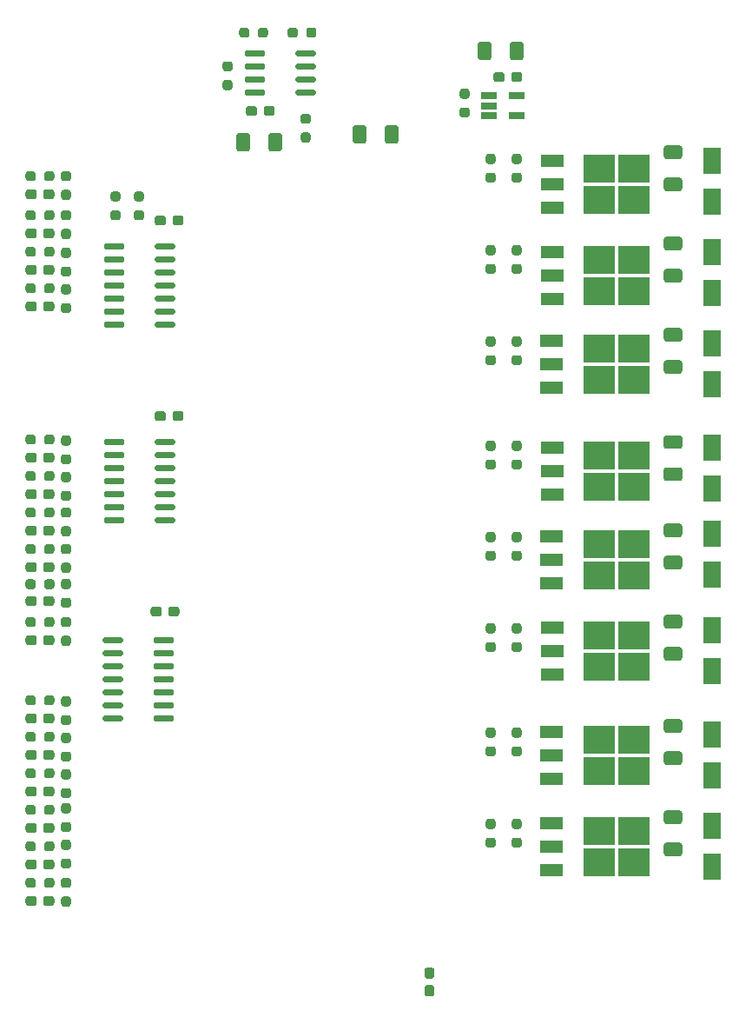
<source format=gtp>
%TF.GenerationSoftware,KiCad,Pcbnew,5.1.9+dfsg1-1*%
%TF.CreationDate,2021-12-02T00:27:29+01:00*%
%TF.ProjectId,RTMPin,52544d50-696e-42e6-9b69-6361645f7063,rev?*%
%TF.SameCoordinates,Original*%
%TF.FileFunction,Paste,Top*%
%TF.FilePolarity,Positive*%
%FSLAX46Y46*%
G04 Gerber Fmt 4.6, Leading zero omitted, Abs format (unit mm)*
G04 Created by KiCad (PCBNEW 5.1.9+dfsg1-1) date 2021-12-02 00:27:29*
%MOMM*%
%LPD*%
G01*
G04 APERTURE LIST*
%ADD10R,1.800000X2.500000*%
%ADD11R,3.050000X2.750000*%
%ADD12R,2.200000X1.200000*%
%ADD13R,1.560000X0.650000*%
G04 APERTURE END LIST*
G36*
G01*
X123257500Y-44687500D02*
X123257500Y-44212500D01*
G75*
G02*
X123495000Y-43975000I237500J0D01*
G01*
X123995000Y-43975000D01*
G75*
G02*
X124232500Y-44212500I0J-237500D01*
G01*
X124232500Y-44687500D01*
G75*
G02*
X123995000Y-44925000I-237500J0D01*
G01*
X123495000Y-44925000D01*
G75*
G02*
X123257500Y-44687500I0J237500D01*
G01*
G37*
G36*
G01*
X121432500Y-44687500D02*
X121432500Y-44212500D01*
G75*
G02*
X121670000Y-43975000I237500J0D01*
G01*
X122170000Y-43975000D01*
G75*
G02*
X122407500Y-44212500I0J-237500D01*
G01*
X122407500Y-44687500D01*
G75*
G02*
X122170000Y-44925000I-237500J0D01*
G01*
X121670000Y-44925000D01*
G75*
G02*
X121432500Y-44687500I0J237500D01*
G01*
G37*
G36*
G01*
X100059500Y-120479000D02*
X99584500Y-120479000D01*
G75*
G02*
X99347000Y-120241500I0J237500D01*
G01*
X99347000Y-119741500D01*
G75*
G02*
X99584500Y-119504000I237500J0D01*
G01*
X100059500Y-119504000D01*
G75*
G02*
X100297000Y-119741500I0J-237500D01*
G01*
X100297000Y-120241500D01*
G75*
G02*
X100059500Y-120479000I-237500J0D01*
G01*
G37*
G36*
G01*
X100059500Y-122304000D02*
X99584500Y-122304000D01*
G75*
G02*
X99347000Y-122066500I0J237500D01*
G01*
X99347000Y-121566500D01*
G75*
G02*
X99584500Y-121329000I237500J0D01*
G01*
X100059500Y-121329000D01*
G75*
G02*
X100297000Y-121566500I0J-237500D01*
G01*
X100297000Y-122066500D01*
G75*
G02*
X100059500Y-122304000I-237500J0D01*
G01*
G37*
G36*
G01*
X96957000Y-128794500D02*
X96957000Y-129269500D01*
G75*
G02*
X96719500Y-129507000I-237500J0D01*
G01*
X96119500Y-129507000D01*
G75*
G02*
X95882000Y-129269500I0J237500D01*
G01*
X95882000Y-128794500D01*
G75*
G02*
X96119500Y-128557000I237500J0D01*
G01*
X96719500Y-128557000D01*
G75*
G02*
X96957000Y-128794500I0J-237500D01*
G01*
G37*
G36*
G01*
X98682000Y-128794500D02*
X98682000Y-129269500D01*
G75*
G02*
X98444500Y-129507000I-237500J0D01*
G01*
X97844500Y-129507000D01*
G75*
G02*
X97607000Y-129269500I0J237500D01*
G01*
X97607000Y-128794500D01*
G75*
G02*
X97844500Y-128557000I237500J0D01*
G01*
X98444500Y-128557000D01*
G75*
G02*
X98682000Y-128794500I0J-237500D01*
G01*
G37*
D10*
X162814000Y-121698000D03*
X162814000Y-125698000D03*
X162814000Y-112808000D03*
X162814000Y-116808000D03*
X162814000Y-84868000D03*
X162814000Y-88868000D03*
X162814000Y-93218000D03*
X162814000Y-97218000D03*
X162814000Y-102648000D03*
X162814000Y-106648000D03*
X162814000Y-56928000D03*
X162814000Y-60928000D03*
X162814000Y-65818000D03*
X162814000Y-69818000D03*
X162814000Y-74708000D03*
X162814000Y-78708000D03*
G36*
G01*
X144001500Y-113113000D02*
X143526500Y-113113000D01*
G75*
G02*
X143289000Y-112875500I0J237500D01*
G01*
X143289000Y-112375500D01*
G75*
G02*
X143526500Y-112138000I237500J0D01*
G01*
X144001500Y-112138000D01*
G75*
G02*
X144239000Y-112375500I0J-237500D01*
G01*
X144239000Y-112875500D01*
G75*
G02*
X144001500Y-113113000I-237500J0D01*
G01*
G37*
G36*
G01*
X144001500Y-114938000D02*
X143526500Y-114938000D01*
G75*
G02*
X143289000Y-114700500I0J237500D01*
G01*
X143289000Y-114200500D01*
G75*
G02*
X143526500Y-113963000I237500J0D01*
G01*
X144001500Y-113963000D01*
G75*
G02*
X144239000Y-114200500I0J-237500D01*
G01*
X144239000Y-114700500D01*
G75*
G02*
X144001500Y-114938000I-237500J0D01*
G01*
G37*
G36*
G01*
X144001500Y-122003000D02*
X143526500Y-122003000D01*
G75*
G02*
X143289000Y-121765500I0J237500D01*
G01*
X143289000Y-121265500D01*
G75*
G02*
X143526500Y-121028000I237500J0D01*
G01*
X144001500Y-121028000D01*
G75*
G02*
X144239000Y-121265500I0J-237500D01*
G01*
X144239000Y-121765500D01*
G75*
G02*
X144001500Y-122003000I-237500J0D01*
G01*
G37*
G36*
G01*
X144001500Y-123828000D02*
X143526500Y-123828000D01*
G75*
G02*
X143289000Y-123590500I0J237500D01*
G01*
X143289000Y-123090500D01*
G75*
G02*
X143526500Y-122853000I237500J0D01*
G01*
X144001500Y-122853000D01*
G75*
G02*
X144239000Y-123090500I0J-237500D01*
G01*
X144239000Y-123590500D01*
G75*
G02*
X144001500Y-123828000I-237500J0D01*
G01*
G37*
G36*
G01*
X144001500Y-85173000D02*
X143526500Y-85173000D01*
G75*
G02*
X143289000Y-84935500I0J237500D01*
G01*
X143289000Y-84435500D01*
G75*
G02*
X143526500Y-84198000I237500J0D01*
G01*
X144001500Y-84198000D01*
G75*
G02*
X144239000Y-84435500I0J-237500D01*
G01*
X144239000Y-84935500D01*
G75*
G02*
X144001500Y-85173000I-237500J0D01*
G01*
G37*
G36*
G01*
X144001500Y-86998000D02*
X143526500Y-86998000D01*
G75*
G02*
X143289000Y-86760500I0J237500D01*
G01*
X143289000Y-86260500D01*
G75*
G02*
X143526500Y-86023000I237500J0D01*
G01*
X144001500Y-86023000D01*
G75*
G02*
X144239000Y-86260500I0J-237500D01*
G01*
X144239000Y-86760500D01*
G75*
G02*
X144001500Y-86998000I-237500J0D01*
G01*
G37*
G36*
G01*
X144001500Y-94063000D02*
X143526500Y-94063000D01*
G75*
G02*
X143289000Y-93825500I0J237500D01*
G01*
X143289000Y-93325500D01*
G75*
G02*
X143526500Y-93088000I237500J0D01*
G01*
X144001500Y-93088000D01*
G75*
G02*
X144239000Y-93325500I0J-237500D01*
G01*
X144239000Y-93825500D01*
G75*
G02*
X144001500Y-94063000I-237500J0D01*
G01*
G37*
G36*
G01*
X144001500Y-95888000D02*
X143526500Y-95888000D01*
G75*
G02*
X143289000Y-95650500I0J237500D01*
G01*
X143289000Y-95150500D01*
G75*
G02*
X143526500Y-94913000I237500J0D01*
G01*
X144001500Y-94913000D01*
G75*
G02*
X144239000Y-95150500I0J-237500D01*
G01*
X144239000Y-95650500D01*
G75*
G02*
X144001500Y-95888000I-237500J0D01*
G01*
G37*
G36*
G01*
X144001500Y-102953000D02*
X143526500Y-102953000D01*
G75*
G02*
X143289000Y-102715500I0J237500D01*
G01*
X143289000Y-102215500D01*
G75*
G02*
X143526500Y-101978000I237500J0D01*
G01*
X144001500Y-101978000D01*
G75*
G02*
X144239000Y-102215500I0J-237500D01*
G01*
X144239000Y-102715500D01*
G75*
G02*
X144001500Y-102953000I-237500J0D01*
G01*
G37*
G36*
G01*
X144001500Y-104778000D02*
X143526500Y-104778000D01*
G75*
G02*
X143289000Y-104540500I0J237500D01*
G01*
X143289000Y-104040500D01*
G75*
G02*
X143526500Y-103803000I237500J0D01*
G01*
X144001500Y-103803000D01*
G75*
G02*
X144239000Y-104040500I0J-237500D01*
G01*
X144239000Y-104540500D01*
G75*
G02*
X144001500Y-104778000I-237500J0D01*
G01*
G37*
G36*
G01*
X144001500Y-57233000D02*
X143526500Y-57233000D01*
G75*
G02*
X143289000Y-56995500I0J237500D01*
G01*
X143289000Y-56495500D01*
G75*
G02*
X143526500Y-56258000I237500J0D01*
G01*
X144001500Y-56258000D01*
G75*
G02*
X144239000Y-56495500I0J-237500D01*
G01*
X144239000Y-56995500D01*
G75*
G02*
X144001500Y-57233000I-237500J0D01*
G01*
G37*
G36*
G01*
X144001500Y-59058000D02*
X143526500Y-59058000D01*
G75*
G02*
X143289000Y-58820500I0J237500D01*
G01*
X143289000Y-58320500D01*
G75*
G02*
X143526500Y-58083000I237500J0D01*
G01*
X144001500Y-58083000D01*
G75*
G02*
X144239000Y-58320500I0J-237500D01*
G01*
X144239000Y-58820500D01*
G75*
G02*
X144001500Y-59058000I-237500J0D01*
G01*
G37*
G36*
G01*
X144001500Y-66123000D02*
X143526500Y-66123000D01*
G75*
G02*
X143289000Y-65885500I0J237500D01*
G01*
X143289000Y-65385500D01*
G75*
G02*
X143526500Y-65148000I237500J0D01*
G01*
X144001500Y-65148000D01*
G75*
G02*
X144239000Y-65385500I0J-237500D01*
G01*
X144239000Y-65885500D01*
G75*
G02*
X144001500Y-66123000I-237500J0D01*
G01*
G37*
G36*
G01*
X144001500Y-67948000D02*
X143526500Y-67948000D01*
G75*
G02*
X143289000Y-67710500I0J237500D01*
G01*
X143289000Y-67210500D01*
G75*
G02*
X143526500Y-66973000I237500J0D01*
G01*
X144001500Y-66973000D01*
G75*
G02*
X144239000Y-67210500I0J-237500D01*
G01*
X144239000Y-67710500D01*
G75*
G02*
X144001500Y-67948000I-237500J0D01*
G01*
G37*
G36*
G01*
X144001500Y-75013000D02*
X143526500Y-75013000D01*
G75*
G02*
X143289000Y-74775500I0J237500D01*
G01*
X143289000Y-74275500D01*
G75*
G02*
X143526500Y-74038000I237500J0D01*
G01*
X144001500Y-74038000D01*
G75*
G02*
X144239000Y-74275500I0J-237500D01*
G01*
X144239000Y-74775500D01*
G75*
G02*
X144001500Y-75013000I-237500J0D01*
G01*
G37*
G36*
G01*
X144001500Y-76838000D02*
X143526500Y-76838000D01*
G75*
G02*
X143289000Y-76600500I0J237500D01*
G01*
X143289000Y-76100500D01*
G75*
G02*
X143526500Y-75863000I237500J0D01*
G01*
X144001500Y-75863000D01*
G75*
G02*
X144239000Y-76100500I0J-237500D01*
G01*
X144239000Y-76600500D01*
G75*
G02*
X144001500Y-76838000I-237500J0D01*
G01*
G37*
G36*
G01*
X158353997Y-123328000D02*
X159654003Y-123328000D01*
G75*
G02*
X159904000Y-123577997I0J-249997D01*
G01*
X159904000Y-124403003D01*
G75*
G02*
X159654003Y-124653000I-249997J0D01*
G01*
X158353997Y-124653000D01*
G75*
G02*
X158104000Y-124403003I0J249997D01*
G01*
X158104000Y-123577997D01*
G75*
G02*
X158353997Y-123328000I249997J0D01*
G01*
G37*
G36*
G01*
X158353997Y-120203000D02*
X159654003Y-120203000D01*
G75*
G02*
X159904000Y-120452997I0J-249997D01*
G01*
X159904000Y-121278003D01*
G75*
G02*
X159654003Y-121528000I-249997J0D01*
G01*
X158353997Y-121528000D01*
G75*
G02*
X158104000Y-121278003I0J249997D01*
G01*
X158104000Y-120452997D01*
G75*
G02*
X158353997Y-120203000I249997J0D01*
G01*
G37*
D11*
X151809000Y-116333000D03*
X155159000Y-113283000D03*
X151809000Y-113283000D03*
X155159000Y-116333000D03*
D12*
X147184000Y-117088000D03*
X147184000Y-114808000D03*
X147184000Y-112528000D03*
D11*
X151809000Y-125223000D03*
X155159000Y-122173000D03*
X151809000Y-122173000D03*
X155159000Y-125223000D03*
D12*
X147184000Y-125978000D03*
X147184000Y-123698000D03*
X147184000Y-121418000D03*
D11*
X151844000Y-88648000D03*
X155194000Y-85598000D03*
X151844000Y-85598000D03*
X155194000Y-88648000D03*
D12*
X147219000Y-89403000D03*
X147219000Y-87123000D03*
X147219000Y-84843000D03*
D11*
X151809000Y-97283000D03*
X155159000Y-94233000D03*
X151809000Y-94233000D03*
X155159000Y-97283000D03*
D12*
X147184000Y-98038000D03*
X147184000Y-95758000D03*
X147184000Y-93478000D03*
D11*
X151844000Y-106173000D03*
X155194000Y-103123000D03*
X151844000Y-103123000D03*
X155194000Y-106173000D03*
D12*
X147219000Y-106928000D03*
X147219000Y-104648000D03*
X147219000Y-102368000D03*
D11*
X151844000Y-60708000D03*
X155194000Y-57658000D03*
X151844000Y-57658000D03*
X155194000Y-60708000D03*
D12*
X147219000Y-61463000D03*
X147219000Y-59183000D03*
X147219000Y-56903000D03*
D11*
X151844000Y-69598000D03*
X155194000Y-66548000D03*
X151844000Y-66548000D03*
X155194000Y-69598000D03*
D12*
X147219000Y-70353000D03*
X147219000Y-68073000D03*
X147219000Y-65793000D03*
D11*
X151809000Y-78233000D03*
X155159000Y-75183000D03*
X151809000Y-75183000D03*
X155159000Y-78233000D03*
D12*
X147184000Y-78988000D03*
X147184000Y-76708000D03*
X147184000Y-74428000D03*
G36*
G01*
X108499000Y-65428000D02*
X108499000Y-65128000D01*
G75*
G02*
X108649000Y-64978000I150000J0D01*
G01*
X110299000Y-64978000D01*
G75*
G02*
X110449000Y-65128000I0J-150000D01*
G01*
X110449000Y-65428000D01*
G75*
G02*
X110299000Y-65578000I-150000J0D01*
G01*
X108649000Y-65578000D01*
G75*
G02*
X108499000Y-65428000I0J150000D01*
G01*
G37*
G36*
G01*
X108499000Y-66698000D02*
X108499000Y-66398000D01*
G75*
G02*
X108649000Y-66248000I150000J0D01*
G01*
X110299000Y-66248000D01*
G75*
G02*
X110449000Y-66398000I0J-150000D01*
G01*
X110449000Y-66698000D01*
G75*
G02*
X110299000Y-66848000I-150000J0D01*
G01*
X108649000Y-66848000D01*
G75*
G02*
X108499000Y-66698000I0J150000D01*
G01*
G37*
G36*
G01*
X108499000Y-67968000D02*
X108499000Y-67668000D01*
G75*
G02*
X108649000Y-67518000I150000J0D01*
G01*
X110299000Y-67518000D01*
G75*
G02*
X110449000Y-67668000I0J-150000D01*
G01*
X110449000Y-67968000D01*
G75*
G02*
X110299000Y-68118000I-150000J0D01*
G01*
X108649000Y-68118000D01*
G75*
G02*
X108499000Y-67968000I0J150000D01*
G01*
G37*
G36*
G01*
X108499000Y-69238000D02*
X108499000Y-68938000D01*
G75*
G02*
X108649000Y-68788000I150000J0D01*
G01*
X110299000Y-68788000D01*
G75*
G02*
X110449000Y-68938000I0J-150000D01*
G01*
X110449000Y-69238000D01*
G75*
G02*
X110299000Y-69388000I-150000J0D01*
G01*
X108649000Y-69388000D01*
G75*
G02*
X108499000Y-69238000I0J150000D01*
G01*
G37*
G36*
G01*
X108499000Y-70508000D02*
X108499000Y-70208000D01*
G75*
G02*
X108649000Y-70058000I150000J0D01*
G01*
X110299000Y-70058000D01*
G75*
G02*
X110449000Y-70208000I0J-150000D01*
G01*
X110449000Y-70508000D01*
G75*
G02*
X110299000Y-70658000I-150000J0D01*
G01*
X108649000Y-70658000D01*
G75*
G02*
X108499000Y-70508000I0J150000D01*
G01*
G37*
G36*
G01*
X108499000Y-71778000D02*
X108499000Y-71478000D01*
G75*
G02*
X108649000Y-71328000I150000J0D01*
G01*
X110299000Y-71328000D01*
G75*
G02*
X110449000Y-71478000I0J-150000D01*
G01*
X110449000Y-71778000D01*
G75*
G02*
X110299000Y-71928000I-150000J0D01*
G01*
X108649000Y-71928000D01*
G75*
G02*
X108499000Y-71778000I0J150000D01*
G01*
G37*
G36*
G01*
X108499000Y-73048000D02*
X108499000Y-72748000D01*
G75*
G02*
X108649000Y-72598000I150000J0D01*
G01*
X110299000Y-72598000D01*
G75*
G02*
X110449000Y-72748000I0J-150000D01*
G01*
X110449000Y-73048000D01*
G75*
G02*
X110299000Y-73198000I-150000J0D01*
G01*
X108649000Y-73198000D01*
G75*
G02*
X108499000Y-73048000I0J150000D01*
G01*
G37*
G36*
G01*
X103549000Y-73048000D02*
X103549000Y-72748000D01*
G75*
G02*
X103699000Y-72598000I150000J0D01*
G01*
X105349000Y-72598000D01*
G75*
G02*
X105499000Y-72748000I0J-150000D01*
G01*
X105499000Y-73048000D01*
G75*
G02*
X105349000Y-73198000I-150000J0D01*
G01*
X103699000Y-73198000D01*
G75*
G02*
X103549000Y-73048000I0J150000D01*
G01*
G37*
G36*
G01*
X103549000Y-71778000D02*
X103549000Y-71478000D01*
G75*
G02*
X103699000Y-71328000I150000J0D01*
G01*
X105349000Y-71328000D01*
G75*
G02*
X105499000Y-71478000I0J-150000D01*
G01*
X105499000Y-71778000D01*
G75*
G02*
X105349000Y-71928000I-150000J0D01*
G01*
X103699000Y-71928000D01*
G75*
G02*
X103549000Y-71778000I0J150000D01*
G01*
G37*
G36*
G01*
X103549000Y-70508000D02*
X103549000Y-70208000D01*
G75*
G02*
X103699000Y-70058000I150000J0D01*
G01*
X105349000Y-70058000D01*
G75*
G02*
X105499000Y-70208000I0J-150000D01*
G01*
X105499000Y-70508000D01*
G75*
G02*
X105349000Y-70658000I-150000J0D01*
G01*
X103699000Y-70658000D01*
G75*
G02*
X103549000Y-70508000I0J150000D01*
G01*
G37*
G36*
G01*
X103549000Y-69238000D02*
X103549000Y-68938000D01*
G75*
G02*
X103699000Y-68788000I150000J0D01*
G01*
X105349000Y-68788000D01*
G75*
G02*
X105499000Y-68938000I0J-150000D01*
G01*
X105499000Y-69238000D01*
G75*
G02*
X105349000Y-69388000I-150000J0D01*
G01*
X103699000Y-69388000D01*
G75*
G02*
X103549000Y-69238000I0J150000D01*
G01*
G37*
G36*
G01*
X103549000Y-67968000D02*
X103549000Y-67668000D01*
G75*
G02*
X103699000Y-67518000I150000J0D01*
G01*
X105349000Y-67518000D01*
G75*
G02*
X105499000Y-67668000I0J-150000D01*
G01*
X105499000Y-67968000D01*
G75*
G02*
X105349000Y-68118000I-150000J0D01*
G01*
X103699000Y-68118000D01*
G75*
G02*
X103549000Y-67968000I0J150000D01*
G01*
G37*
G36*
G01*
X103549000Y-66698000D02*
X103549000Y-66398000D01*
G75*
G02*
X103699000Y-66248000I150000J0D01*
G01*
X105349000Y-66248000D01*
G75*
G02*
X105499000Y-66398000I0J-150000D01*
G01*
X105499000Y-66698000D01*
G75*
G02*
X105349000Y-66848000I-150000J0D01*
G01*
X103699000Y-66848000D01*
G75*
G02*
X103549000Y-66698000I0J150000D01*
G01*
G37*
G36*
G01*
X103549000Y-65428000D02*
X103549000Y-65128000D01*
G75*
G02*
X103699000Y-64978000I150000J0D01*
G01*
X105349000Y-64978000D01*
G75*
G02*
X105499000Y-65128000I0J-150000D01*
G01*
X105499000Y-65428000D01*
G75*
G02*
X105349000Y-65578000I-150000J0D01*
G01*
X103699000Y-65578000D01*
G75*
G02*
X103549000Y-65428000I0J150000D01*
G01*
G37*
D13*
X143764000Y-50612000D03*
X143764000Y-52512000D03*
X141064000Y-52512000D03*
X141064000Y-51562000D03*
X141064000Y-50612000D03*
G36*
G01*
X108499000Y-84478000D02*
X108499000Y-84178000D01*
G75*
G02*
X108649000Y-84028000I150000J0D01*
G01*
X110299000Y-84028000D01*
G75*
G02*
X110449000Y-84178000I0J-150000D01*
G01*
X110449000Y-84478000D01*
G75*
G02*
X110299000Y-84628000I-150000J0D01*
G01*
X108649000Y-84628000D01*
G75*
G02*
X108499000Y-84478000I0J150000D01*
G01*
G37*
G36*
G01*
X108499000Y-85748000D02*
X108499000Y-85448000D01*
G75*
G02*
X108649000Y-85298000I150000J0D01*
G01*
X110299000Y-85298000D01*
G75*
G02*
X110449000Y-85448000I0J-150000D01*
G01*
X110449000Y-85748000D01*
G75*
G02*
X110299000Y-85898000I-150000J0D01*
G01*
X108649000Y-85898000D01*
G75*
G02*
X108499000Y-85748000I0J150000D01*
G01*
G37*
G36*
G01*
X108499000Y-87018000D02*
X108499000Y-86718000D01*
G75*
G02*
X108649000Y-86568000I150000J0D01*
G01*
X110299000Y-86568000D01*
G75*
G02*
X110449000Y-86718000I0J-150000D01*
G01*
X110449000Y-87018000D01*
G75*
G02*
X110299000Y-87168000I-150000J0D01*
G01*
X108649000Y-87168000D01*
G75*
G02*
X108499000Y-87018000I0J150000D01*
G01*
G37*
G36*
G01*
X108499000Y-88288000D02*
X108499000Y-87988000D01*
G75*
G02*
X108649000Y-87838000I150000J0D01*
G01*
X110299000Y-87838000D01*
G75*
G02*
X110449000Y-87988000I0J-150000D01*
G01*
X110449000Y-88288000D01*
G75*
G02*
X110299000Y-88438000I-150000J0D01*
G01*
X108649000Y-88438000D01*
G75*
G02*
X108499000Y-88288000I0J150000D01*
G01*
G37*
G36*
G01*
X108499000Y-89558000D02*
X108499000Y-89258000D01*
G75*
G02*
X108649000Y-89108000I150000J0D01*
G01*
X110299000Y-89108000D01*
G75*
G02*
X110449000Y-89258000I0J-150000D01*
G01*
X110449000Y-89558000D01*
G75*
G02*
X110299000Y-89708000I-150000J0D01*
G01*
X108649000Y-89708000D01*
G75*
G02*
X108499000Y-89558000I0J150000D01*
G01*
G37*
G36*
G01*
X108499000Y-90828000D02*
X108499000Y-90528000D01*
G75*
G02*
X108649000Y-90378000I150000J0D01*
G01*
X110299000Y-90378000D01*
G75*
G02*
X110449000Y-90528000I0J-150000D01*
G01*
X110449000Y-90828000D01*
G75*
G02*
X110299000Y-90978000I-150000J0D01*
G01*
X108649000Y-90978000D01*
G75*
G02*
X108499000Y-90828000I0J150000D01*
G01*
G37*
G36*
G01*
X108499000Y-92098000D02*
X108499000Y-91798000D01*
G75*
G02*
X108649000Y-91648000I150000J0D01*
G01*
X110299000Y-91648000D01*
G75*
G02*
X110449000Y-91798000I0J-150000D01*
G01*
X110449000Y-92098000D01*
G75*
G02*
X110299000Y-92248000I-150000J0D01*
G01*
X108649000Y-92248000D01*
G75*
G02*
X108499000Y-92098000I0J150000D01*
G01*
G37*
G36*
G01*
X103549000Y-92098000D02*
X103549000Y-91798000D01*
G75*
G02*
X103699000Y-91648000I150000J0D01*
G01*
X105349000Y-91648000D01*
G75*
G02*
X105499000Y-91798000I0J-150000D01*
G01*
X105499000Y-92098000D01*
G75*
G02*
X105349000Y-92248000I-150000J0D01*
G01*
X103699000Y-92248000D01*
G75*
G02*
X103549000Y-92098000I0J150000D01*
G01*
G37*
G36*
G01*
X103549000Y-90828000D02*
X103549000Y-90528000D01*
G75*
G02*
X103699000Y-90378000I150000J0D01*
G01*
X105349000Y-90378000D01*
G75*
G02*
X105499000Y-90528000I0J-150000D01*
G01*
X105499000Y-90828000D01*
G75*
G02*
X105349000Y-90978000I-150000J0D01*
G01*
X103699000Y-90978000D01*
G75*
G02*
X103549000Y-90828000I0J150000D01*
G01*
G37*
G36*
G01*
X103549000Y-89558000D02*
X103549000Y-89258000D01*
G75*
G02*
X103699000Y-89108000I150000J0D01*
G01*
X105349000Y-89108000D01*
G75*
G02*
X105499000Y-89258000I0J-150000D01*
G01*
X105499000Y-89558000D01*
G75*
G02*
X105349000Y-89708000I-150000J0D01*
G01*
X103699000Y-89708000D01*
G75*
G02*
X103549000Y-89558000I0J150000D01*
G01*
G37*
G36*
G01*
X103549000Y-88288000D02*
X103549000Y-87988000D01*
G75*
G02*
X103699000Y-87838000I150000J0D01*
G01*
X105349000Y-87838000D01*
G75*
G02*
X105499000Y-87988000I0J-150000D01*
G01*
X105499000Y-88288000D01*
G75*
G02*
X105349000Y-88438000I-150000J0D01*
G01*
X103699000Y-88438000D01*
G75*
G02*
X103549000Y-88288000I0J150000D01*
G01*
G37*
G36*
G01*
X103549000Y-87018000D02*
X103549000Y-86718000D01*
G75*
G02*
X103699000Y-86568000I150000J0D01*
G01*
X105349000Y-86568000D01*
G75*
G02*
X105499000Y-86718000I0J-150000D01*
G01*
X105499000Y-87018000D01*
G75*
G02*
X105349000Y-87168000I-150000J0D01*
G01*
X103699000Y-87168000D01*
G75*
G02*
X103549000Y-87018000I0J150000D01*
G01*
G37*
G36*
G01*
X103549000Y-85748000D02*
X103549000Y-85448000D01*
G75*
G02*
X103699000Y-85298000I150000J0D01*
G01*
X105349000Y-85298000D01*
G75*
G02*
X105499000Y-85448000I0J-150000D01*
G01*
X105499000Y-85748000D01*
G75*
G02*
X105349000Y-85898000I-150000J0D01*
G01*
X103699000Y-85898000D01*
G75*
G02*
X103549000Y-85748000I0J150000D01*
G01*
G37*
G36*
G01*
X103549000Y-84478000D02*
X103549000Y-84178000D01*
G75*
G02*
X103699000Y-84028000I150000J0D01*
G01*
X105349000Y-84028000D01*
G75*
G02*
X105499000Y-84178000I0J-150000D01*
G01*
X105499000Y-84478000D01*
G75*
G02*
X105349000Y-84628000I-150000J0D01*
G01*
X103699000Y-84628000D01*
G75*
G02*
X103549000Y-84478000I0J150000D01*
G01*
G37*
G36*
G01*
X119215000Y-50142000D02*
X119215000Y-50442000D01*
G75*
G02*
X119065000Y-50592000I-150000J0D01*
G01*
X117415000Y-50592000D01*
G75*
G02*
X117265000Y-50442000I0J150000D01*
G01*
X117265000Y-50142000D01*
G75*
G02*
X117415000Y-49992000I150000J0D01*
G01*
X119065000Y-49992000D01*
G75*
G02*
X119215000Y-50142000I0J-150000D01*
G01*
G37*
G36*
G01*
X119215000Y-48872000D02*
X119215000Y-49172000D01*
G75*
G02*
X119065000Y-49322000I-150000J0D01*
G01*
X117415000Y-49322000D01*
G75*
G02*
X117265000Y-49172000I0J150000D01*
G01*
X117265000Y-48872000D01*
G75*
G02*
X117415000Y-48722000I150000J0D01*
G01*
X119065000Y-48722000D01*
G75*
G02*
X119215000Y-48872000I0J-150000D01*
G01*
G37*
G36*
G01*
X119215000Y-47602000D02*
X119215000Y-47902000D01*
G75*
G02*
X119065000Y-48052000I-150000J0D01*
G01*
X117415000Y-48052000D01*
G75*
G02*
X117265000Y-47902000I0J150000D01*
G01*
X117265000Y-47602000D01*
G75*
G02*
X117415000Y-47452000I150000J0D01*
G01*
X119065000Y-47452000D01*
G75*
G02*
X119215000Y-47602000I0J-150000D01*
G01*
G37*
G36*
G01*
X119215000Y-46332000D02*
X119215000Y-46632000D01*
G75*
G02*
X119065000Y-46782000I-150000J0D01*
G01*
X117415000Y-46782000D01*
G75*
G02*
X117265000Y-46632000I0J150000D01*
G01*
X117265000Y-46332000D01*
G75*
G02*
X117415000Y-46182000I150000J0D01*
G01*
X119065000Y-46182000D01*
G75*
G02*
X119215000Y-46332000I0J-150000D01*
G01*
G37*
G36*
G01*
X124165000Y-46332000D02*
X124165000Y-46632000D01*
G75*
G02*
X124015000Y-46782000I-150000J0D01*
G01*
X122365000Y-46782000D01*
G75*
G02*
X122215000Y-46632000I0J150000D01*
G01*
X122215000Y-46332000D01*
G75*
G02*
X122365000Y-46182000I150000J0D01*
G01*
X124015000Y-46182000D01*
G75*
G02*
X124165000Y-46332000I0J-150000D01*
G01*
G37*
G36*
G01*
X124165000Y-47602000D02*
X124165000Y-47902000D01*
G75*
G02*
X124015000Y-48052000I-150000J0D01*
G01*
X122365000Y-48052000D01*
G75*
G02*
X122215000Y-47902000I0J150000D01*
G01*
X122215000Y-47602000D01*
G75*
G02*
X122365000Y-47452000I150000J0D01*
G01*
X124015000Y-47452000D01*
G75*
G02*
X124165000Y-47602000I0J-150000D01*
G01*
G37*
G36*
G01*
X124165000Y-48872000D02*
X124165000Y-49172000D01*
G75*
G02*
X124015000Y-49322000I-150000J0D01*
G01*
X122365000Y-49322000D01*
G75*
G02*
X122215000Y-49172000I0J150000D01*
G01*
X122215000Y-48872000D01*
G75*
G02*
X122365000Y-48722000I150000J0D01*
G01*
X124015000Y-48722000D01*
G75*
G02*
X124165000Y-48872000I0J-150000D01*
G01*
G37*
G36*
G01*
X124165000Y-50142000D02*
X124165000Y-50442000D01*
G75*
G02*
X124015000Y-50592000I-150000J0D01*
G01*
X122365000Y-50592000D01*
G75*
G02*
X122215000Y-50442000I0J150000D01*
G01*
X122215000Y-50142000D01*
G75*
G02*
X122365000Y-49992000I150000J0D01*
G01*
X124015000Y-49992000D01*
G75*
G02*
X124165000Y-50142000I0J-150000D01*
G01*
G37*
G36*
G01*
X108369000Y-103782000D02*
X108369000Y-103482000D01*
G75*
G02*
X108519000Y-103332000I150000J0D01*
G01*
X110169000Y-103332000D01*
G75*
G02*
X110319000Y-103482000I0J-150000D01*
G01*
X110319000Y-103782000D01*
G75*
G02*
X110169000Y-103932000I-150000J0D01*
G01*
X108519000Y-103932000D01*
G75*
G02*
X108369000Y-103782000I0J150000D01*
G01*
G37*
G36*
G01*
X108369000Y-105052000D02*
X108369000Y-104752000D01*
G75*
G02*
X108519000Y-104602000I150000J0D01*
G01*
X110169000Y-104602000D01*
G75*
G02*
X110319000Y-104752000I0J-150000D01*
G01*
X110319000Y-105052000D01*
G75*
G02*
X110169000Y-105202000I-150000J0D01*
G01*
X108519000Y-105202000D01*
G75*
G02*
X108369000Y-105052000I0J150000D01*
G01*
G37*
G36*
G01*
X108369000Y-106322000D02*
X108369000Y-106022000D01*
G75*
G02*
X108519000Y-105872000I150000J0D01*
G01*
X110169000Y-105872000D01*
G75*
G02*
X110319000Y-106022000I0J-150000D01*
G01*
X110319000Y-106322000D01*
G75*
G02*
X110169000Y-106472000I-150000J0D01*
G01*
X108519000Y-106472000D01*
G75*
G02*
X108369000Y-106322000I0J150000D01*
G01*
G37*
G36*
G01*
X108369000Y-107592000D02*
X108369000Y-107292000D01*
G75*
G02*
X108519000Y-107142000I150000J0D01*
G01*
X110169000Y-107142000D01*
G75*
G02*
X110319000Y-107292000I0J-150000D01*
G01*
X110319000Y-107592000D01*
G75*
G02*
X110169000Y-107742000I-150000J0D01*
G01*
X108519000Y-107742000D01*
G75*
G02*
X108369000Y-107592000I0J150000D01*
G01*
G37*
G36*
G01*
X108369000Y-108862000D02*
X108369000Y-108562000D01*
G75*
G02*
X108519000Y-108412000I150000J0D01*
G01*
X110169000Y-108412000D01*
G75*
G02*
X110319000Y-108562000I0J-150000D01*
G01*
X110319000Y-108862000D01*
G75*
G02*
X110169000Y-109012000I-150000J0D01*
G01*
X108519000Y-109012000D01*
G75*
G02*
X108369000Y-108862000I0J150000D01*
G01*
G37*
G36*
G01*
X108369000Y-110132000D02*
X108369000Y-109832000D01*
G75*
G02*
X108519000Y-109682000I150000J0D01*
G01*
X110169000Y-109682000D01*
G75*
G02*
X110319000Y-109832000I0J-150000D01*
G01*
X110319000Y-110132000D01*
G75*
G02*
X110169000Y-110282000I-150000J0D01*
G01*
X108519000Y-110282000D01*
G75*
G02*
X108369000Y-110132000I0J150000D01*
G01*
G37*
G36*
G01*
X108369000Y-111402000D02*
X108369000Y-111102000D01*
G75*
G02*
X108519000Y-110952000I150000J0D01*
G01*
X110169000Y-110952000D01*
G75*
G02*
X110319000Y-111102000I0J-150000D01*
G01*
X110319000Y-111402000D01*
G75*
G02*
X110169000Y-111552000I-150000J0D01*
G01*
X108519000Y-111552000D01*
G75*
G02*
X108369000Y-111402000I0J150000D01*
G01*
G37*
G36*
G01*
X103419000Y-111402000D02*
X103419000Y-111102000D01*
G75*
G02*
X103569000Y-110952000I150000J0D01*
G01*
X105219000Y-110952000D01*
G75*
G02*
X105369000Y-111102000I0J-150000D01*
G01*
X105369000Y-111402000D01*
G75*
G02*
X105219000Y-111552000I-150000J0D01*
G01*
X103569000Y-111552000D01*
G75*
G02*
X103419000Y-111402000I0J150000D01*
G01*
G37*
G36*
G01*
X103419000Y-110132000D02*
X103419000Y-109832000D01*
G75*
G02*
X103569000Y-109682000I150000J0D01*
G01*
X105219000Y-109682000D01*
G75*
G02*
X105369000Y-109832000I0J-150000D01*
G01*
X105369000Y-110132000D01*
G75*
G02*
X105219000Y-110282000I-150000J0D01*
G01*
X103569000Y-110282000D01*
G75*
G02*
X103419000Y-110132000I0J150000D01*
G01*
G37*
G36*
G01*
X103419000Y-108862000D02*
X103419000Y-108562000D01*
G75*
G02*
X103569000Y-108412000I150000J0D01*
G01*
X105219000Y-108412000D01*
G75*
G02*
X105369000Y-108562000I0J-150000D01*
G01*
X105369000Y-108862000D01*
G75*
G02*
X105219000Y-109012000I-150000J0D01*
G01*
X103569000Y-109012000D01*
G75*
G02*
X103419000Y-108862000I0J150000D01*
G01*
G37*
G36*
G01*
X103419000Y-107592000D02*
X103419000Y-107292000D01*
G75*
G02*
X103569000Y-107142000I150000J0D01*
G01*
X105219000Y-107142000D01*
G75*
G02*
X105369000Y-107292000I0J-150000D01*
G01*
X105369000Y-107592000D01*
G75*
G02*
X105219000Y-107742000I-150000J0D01*
G01*
X103569000Y-107742000D01*
G75*
G02*
X103419000Y-107592000I0J150000D01*
G01*
G37*
G36*
G01*
X103419000Y-106322000D02*
X103419000Y-106022000D01*
G75*
G02*
X103569000Y-105872000I150000J0D01*
G01*
X105219000Y-105872000D01*
G75*
G02*
X105369000Y-106022000I0J-150000D01*
G01*
X105369000Y-106322000D01*
G75*
G02*
X105219000Y-106472000I-150000J0D01*
G01*
X103569000Y-106472000D01*
G75*
G02*
X103419000Y-106322000I0J150000D01*
G01*
G37*
G36*
G01*
X103419000Y-105052000D02*
X103419000Y-104752000D01*
G75*
G02*
X103569000Y-104602000I150000J0D01*
G01*
X105219000Y-104602000D01*
G75*
G02*
X105369000Y-104752000I0J-150000D01*
G01*
X105369000Y-105052000D01*
G75*
G02*
X105219000Y-105202000I-150000J0D01*
G01*
X103569000Y-105202000D01*
G75*
G02*
X103419000Y-105052000I0J150000D01*
G01*
G37*
G36*
G01*
X103419000Y-103782000D02*
X103419000Y-103482000D01*
G75*
G02*
X103569000Y-103332000I150000J0D01*
G01*
X105219000Y-103332000D01*
G75*
G02*
X105369000Y-103482000I0J-150000D01*
G01*
X105369000Y-103782000D01*
G75*
G02*
X105219000Y-103932000I-150000J0D01*
G01*
X103569000Y-103932000D01*
G75*
G02*
X103419000Y-103782000I0J150000D01*
G01*
G37*
G36*
G01*
X107171500Y-60892500D02*
X106696500Y-60892500D01*
G75*
G02*
X106459000Y-60655000I0J237500D01*
G01*
X106459000Y-60155000D01*
G75*
G02*
X106696500Y-59917500I237500J0D01*
G01*
X107171500Y-59917500D01*
G75*
G02*
X107409000Y-60155000I0J-237500D01*
G01*
X107409000Y-60655000D01*
G75*
G02*
X107171500Y-60892500I-237500J0D01*
G01*
G37*
G36*
G01*
X107171500Y-62717500D02*
X106696500Y-62717500D01*
G75*
G02*
X106459000Y-62480000I0J237500D01*
G01*
X106459000Y-61980000D01*
G75*
G02*
X106696500Y-61742500I237500J0D01*
G01*
X107171500Y-61742500D01*
G75*
G02*
X107409000Y-61980000I0J-237500D01*
G01*
X107409000Y-62480000D01*
G75*
G02*
X107171500Y-62717500I-237500J0D01*
G01*
G37*
G36*
G01*
X104885500Y-60892500D02*
X104410500Y-60892500D01*
G75*
G02*
X104173000Y-60655000I0J237500D01*
G01*
X104173000Y-60155000D01*
G75*
G02*
X104410500Y-59917500I237500J0D01*
G01*
X104885500Y-59917500D01*
G75*
G02*
X105123000Y-60155000I0J-237500D01*
G01*
X105123000Y-60655000D01*
G75*
G02*
X104885500Y-60892500I-237500J0D01*
G01*
G37*
G36*
G01*
X104885500Y-62717500D02*
X104410500Y-62717500D01*
G75*
G02*
X104173000Y-62480000I0J237500D01*
G01*
X104173000Y-61980000D01*
G75*
G02*
X104410500Y-61742500I237500J0D01*
G01*
X104885500Y-61742500D01*
G75*
G02*
X105123000Y-61980000I0J-237500D01*
G01*
X105123000Y-62480000D01*
G75*
G02*
X104885500Y-62717500I-237500J0D01*
G01*
G37*
G36*
G01*
X100059500Y-66377000D02*
X99584500Y-66377000D01*
G75*
G02*
X99347000Y-66139500I0J237500D01*
G01*
X99347000Y-65639500D01*
G75*
G02*
X99584500Y-65402000I237500J0D01*
G01*
X100059500Y-65402000D01*
G75*
G02*
X100297000Y-65639500I0J-237500D01*
G01*
X100297000Y-66139500D01*
G75*
G02*
X100059500Y-66377000I-237500J0D01*
G01*
G37*
G36*
G01*
X100059500Y-68202000D02*
X99584500Y-68202000D01*
G75*
G02*
X99347000Y-67964500I0J237500D01*
G01*
X99347000Y-67464500D01*
G75*
G02*
X99584500Y-67227000I237500J0D01*
G01*
X100059500Y-67227000D01*
G75*
G02*
X100297000Y-67464500I0J-237500D01*
G01*
X100297000Y-67964500D01*
G75*
G02*
X100059500Y-68202000I-237500J0D01*
G01*
G37*
G36*
G01*
X100059500Y-58907500D02*
X99584500Y-58907500D01*
G75*
G02*
X99347000Y-58670000I0J237500D01*
G01*
X99347000Y-58170000D01*
G75*
G02*
X99584500Y-57932500I237500J0D01*
G01*
X100059500Y-57932500D01*
G75*
G02*
X100297000Y-58170000I0J-237500D01*
G01*
X100297000Y-58670000D01*
G75*
G02*
X100059500Y-58907500I-237500J0D01*
G01*
G37*
G36*
G01*
X100059500Y-60732500D02*
X99584500Y-60732500D01*
G75*
G02*
X99347000Y-60495000I0J237500D01*
G01*
X99347000Y-59995000D01*
G75*
G02*
X99584500Y-59757500I237500J0D01*
G01*
X100059500Y-59757500D01*
G75*
G02*
X100297000Y-59995000I0J-237500D01*
G01*
X100297000Y-60495000D01*
G75*
G02*
X100059500Y-60732500I-237500J0D01*
G01*
G37*
G36*
G01*
X97707000Y-66023500D02*
X97707000Y-65548500D01*
G75*
G02*
X97944500Y-65311000I237500J0D01*
G01*
X98444500Y-65311000D01*
G75*
G02*
X98682000Y-65548500I0J-237500D01*
G01*
X98682000Y-66023500D01*
G75*
G02*
X98444500Y-66261000I-237500J0D01*
G01*
X97944500Y-66261000D01*
G75*
G02*
X97707000Y-66023500I0J237500D01*
G01*
G37*
G36*
G01*
X95882000Y-66023500D02*
X95882000Y-65548500D01*
G75*
G02*
X96119500Y-65311000I237500J0D01*
G01*
X96619500Y-65311000D01*
G75*
G02*
X96857000Y-65548500I0J-237500D01*
G01*
X96857000Y-66023500D01*
G75*
G02*
X96619500Y-66261000I-237500J0D01*
G01*
X96119500Y-66261000D01*
G75*
G02*
X95882000Y-66023500I0J237500D01*
G01*
G37*
G36*
G01*
X97707000Y-58657500D02*
X97707000Y-58182500D01*
G75*
G02*
X97944500Y-57945000I237500J0D01*
G01*
X98444500Y-57945000D01*
G75*
G02*
X98682000Y-58182500I0J-237500D01*
G01*
X98682000Y-58657500D01*
G75*
G02*
X98444500Y-58895000I-237500J0D01*
G01*
X97944500Y-58895000D01*
G75*
G02*
X97707000Y-58657500I0J237500D01*
G01*
G37*
G36*
G01*
X95882000Y-58657500D02*
X95882000Y-58182500D01*
G75*
G02*
X96119500Y-57945000I237500J0D01*
G01*
X96619500Y-57945000D01*
G75*
G02*
X96857000Y-58182500I0J-237500D01*
G01*
X96857000Y-58657500D01*
G75*
G02*
X96619500Y-58895000I-237500J0D01*
G01*
X96119500Y-58895000D01*
G75*
G02*
X95882000Y-58657500I0J237500D01*
G01*
G37*
G36*
G01*
X100059500Y-69933000D02*
X99584500Y-69933000D01*
G75*
G02*
X99347000Y-69695500I0J237500D01*
G01*
X99347000Y-69195500D01*
G75*
G02*
X99584500Y-68958000I237500J0D01*
G01*
X100059500Y-68958000D01*
G75*
G02*
X100297000Y-69195500I0J-237500D01*
G01*
X100297000Y-69695500D01*
G75*
G02*
X100059500Y-69933000I-237500J0D01*
G01*
G37*
G36*
G01*
X100059500Y-71758000D02*
X99584500Y-71758000D01*
G75*
G02*
X99347000Y-71520500I0J237500D01*
G01*
X99347000Y-71020500D01*
G75*
G02*
X99584500Y-70783000I237500J0D01*
G01*
X100059500Y-70783000D01*
G75*
G02*
X100297000Y-71020500I0J-237500D01*
G01*
X100297000Y-71520500D01*
G75*
G02*
X100059500Y-71758000I-237500J0D01*
G01*
G37*
G36*
G01*
X100059500Y-62717500D02*
X99584500Y-62717500D01*
G75*
G02*
X99347000Y-62480000I0J237500D01*
G01*
X99347000Y-61980000D01*
G75*
G02*
X99584500Y-61742500I237500J0D01*
G01*
X100059500Y-61742500D01*
G75*
G02*
X100297000Y-61980000I0J-237500D01*
G01*
X100297000Y-62480000D01*
G75*
G02*
X100059500Y-62717500I-237500J0D01*
G01*
G37*
G36*
G01*
X100059500Y-64542500D02*
X99584500Y-64542500D01*
G75*
G02*
X99347000Y-64305000I0J237500D01*
G01*
X99347000Y-63805000D01*
G75*
G02*
X99584500Y-63567500I237500J0D01*
G01*
X100059500Y-63567500D01*
G75*
G02*
X100297000Y-63805000I0J-237500D01*
G01*
X100297000Y-64305000D01*
G75*
G02*
X100059500Y-64542500I-237500J0D01*
G01*
G37*
G36*
G01*
X97707000Y-69579500D02*
X97707000Y-69104500D01*
G75*
G02*
X97944500Y-68867000I237500J0D01*
G01*
X98444500Y-68867000D01*
G75*
G02*
X98682000Y-69104500I0J-237500D01*
G01*
X98682000Y-69579500D01*
G75*
G02*
X98444500Y-69817000I-237500J0D01*
G01*
X97944500Y-69817000D01*
G75*
G02*
X97707000Y-69579500I0J237500D01*
G01*
G37*
G36*
G01*
X95882000Y-69579500D02*
X95882000Y-69104500D01*
G75*
G02*
X96119500Y-68867000I237500J0D01*
G01*
X96619500Y-68867000D01*
G75*
G02*
X96857000Y-69104500I0J-237500D01*
G01*
X96857000Y-69579500D01*
G75*
G02*
X96619500Y-69817000I-237500J0D01*
G01*
X96119500Y-69817000D01*
G75*
G02*
X95882000Y-69579500I0J237500D01*
G01*
G37*
G36*
G01*
X97707000Y-62467500D02*
X97707000Y-61992500D01*
G75*
G02*
X97944500Y-61755000I237500J0D01*
G01*
X98444500Y-61755000D01*
G75*
G02*
X98682000Y-61992500I0J-237500D01*
G01*
X98682000Y-62467500D01*
G75*
G02*
X98444500Y-62705000I-237500J0D01*
G01*
X97944500Y-62705000D01*
G75*
G02*
X97707000Y-62467500I0J237500D01*
G01*
G37*
G36*
G01*
X95882000Y-62467500D02*
X95882000Y-61992500D01*
G75*
G02*
X96119500Y-61755000I237500J0D01*
G01*
X96619500Y-61755000D01*
G75*
G02*
X96857000Y-61992500I0J-237500D01*
G01*
X96857000Y-62467500D01*
G75*
G02*
X96619500Y-62705000I-237500J0D01*
G01*
X96119500Y-62705000D01*
G75*
G02*
X95882000Y-62467500I0J237500D01*
G01*
G37*
G36*
G01*
X100059500Y-98635000D02*
X99584500Y-98635000D01*
G75*
G02*
X99347000Y-98397500I0J237500D01*
G01*
X99347000Y-97897500D01*
G75*
G02*
X99584500Y-97660000I237500J0D01*
G01*
X100059500Y-97660000D01*
G75*
G02*
X100297000Y-97897500I0J-237500D01*
G01*
X100297000Y-98397500D01*
G75*
G02*
X100059500Y-98635000I-237500J0D01*
G01*
G37*
G36*
G01*
X100059500Y-100460000D02*
X99584500Y-100460000D01*
G75*
G02*
X99347000Y-100222500I0J237500D01*
G01*
X99347000Y-99722500D01*
G75*
G02*
X99584500Y-99485000I237500J0D01*
G01*
X100059500Y-99485000D01*
G75*
G02*
X100297000Y-99722500I0J-237500D01*
G01*
X100297000Y-100222500D01*
G75*
G02*
X100059500Y-100460000I-237500J0D01*
G01*
G37*
G36*
G01*
X100059500Y-91673500D02*
X99584500Y-91673500D01*
G75*
G02*
X99347000Y-91436000I0J237500D01*
G01*
X99347000Y-90936000D01*
G75*
G02*
X99584500Y-90698500I237500J0D01*
G01*
X100059500Y-90698500D01*
G75*
G02*
X100297000Y-90936000I0J-237500D01*
G01*
X100297000Y-91436000D01*
G75*
G02*
X100059500Y-91673500I-237500J0D01*
G01*
G37*
G36*
G01*
X100059500Y-93498500D02*
X99584500Y-93498500D01*
G75*
G02*
X99347000Y-93261000I0J237500D01*
G01*
X99347000Y-92761000D01*
G75*
G02*
X99584500Y-92523500I237500J0D01*
G01*
X100059500Y-92523500D01*
G75*
G02*
X100297000Y-92761000I0J-237500D01*
G01*
X100297000Y-93261000D01*
G75*
G02*
X100059500Y-93498500I-237500J0D01*
G01*
G37*
G36*
G01*
X100059500Y-84665000D02*
X99584500Y-84665000D01*
G75*
G02*
X99347000Y-84427500I0J237500D01*
G01*
X99347000Y-83927500D01*
G75*
G02*
X99584500Y-83690000I237500J0D01*
G01*
X100059500Y-83690000D01*
G75*
G02*
X100297000Y-83927500I0J-237500D01*
G01*
X100297000Y-84427500D01*
G75*
G02*
X100059500Y-84665000I-237500J0D01*
G01*
G37*
G36*
G01*
X100059500Y-86490000D02*
X99584500Y-86490000D01*
G75*
G02*
X99347000Y-86252500I0J237500D01*
G01*
X99347000Y-85752500D01*
G75*
G02*
X99584500Y-85515000I237500J0D01*
G01*
X100059500Y-85515000D01*
G75*
G02*
X100297000Y-85752500I0J-237500D01*
G01*
X100297000Y-86252500D01*
G75*
G02*
X100059500Y-86490000I-237500J0D01*
G01*
G37*
G36*
G01*
X97707000Y-98408500D02*
X97707000Y-97933500D01*
G75*
G02*
X97944500Y-97696000I237500J0D01*
G01*
X98444500Y-97696000D01*
G75*
G02*
X98682000Y-97933500I0J-237500D01*
G01*
X98682000Y-98408500D01*
G75*
G02*
X98444500Y-98646000I-237500J0D01*
G01*
X97944500Y-98646000D01*
G75*
G02*
X97707000Y-98408500I0J237500D01*
G01*
G37*
G36*
G01*
X95882000Y-98408500D02*
X95882000Y-97933500D01*
G75*
G02*
X96119500Y-97696000I237500J0D01*
G01*
X96619500Y-97696000D01*
G75*
G02*
X96857000Y-97933500I0J-237500D01*
G01*
X96857000Y-98408500D01*
G75*
G02*
X96619500Y-98646000I-237500J0D01*
G01*
X96119500Y-98646000D01*
G75*
G02*
X95882000Y-98408500I0J237500D01*
G01*
G37*
G36*
G01*
X97707000Y-91423500D02*
X97707000Y-90948500D01*
G75*
G02*
X97944500Y-90711000I237500J0D01*
G01*
X98444500Y-90711000D01*
G75*
G02*
X98682000Y-90948500I0J-237500D01*
G01*
X98682000Y-91423500D01*
G75*
G02*
X98444500Y-91661000I-237500J0D01*
G01*
X97944500Y-91661000D01*
G75*
G02*
X97707000Y-91423500I0J237500D01*
G01*
G37*
G36*
G01*
X95882000Y-91423500D02*
X95882000Y-90948500D01*
G75*
G02*
X96119500Y-90711000I237500J0D01*
G01*
X96619500Y-90711000D01*
G75*
G02*
X96857000Y-90948500I0J-237500D01*
G01*
X96857000Y-91423500D01*
G75*
G02*
X96619500Y-91661000I-237500J0D01*
G01*
X96119500Y-91661000D01*
G75*
G02*
X95882000Y-91423500I0J237500D01*
G01*
G37*
G36*
G01*
X97707000Y-84311500D02*
X97707000Y-83836500D01*
G75*
G02*
X97944500Y-83599000I237500J0D01*
G01*
X98444500Y-83599000D01*
G75*
G02*
X98682000Y-83836500I0J-237500D01*
G01*
X98682000Y-84311500D01*
G75*
G02*
X98444500Y-84549000I-237500J0D01*
G01*
X97944500Y-84549000D01*
G75*
G02*
X97707000Y-84311500I0J237500D01*
G01*
G37*
G36*
G01*
X95882000Y-84311500D02*
X95882000Y-83836500D01*
G75*
G02*
X96119500Y-83599000I237500J0D01*
G01*
X96619500Y-83599000D01*
G75*
G02*
X96857000Y-83836500I0J-237500D01*
G01*
X96857000Y-84311500D01*
G75*
G02*
X96619500Y-84549000I-237500J0D01*
G01*
X96119500Y-84549000D01*
G75*
G02*
X95882000Y-84311500I0J237500D01*
G01*
G37*
G36*
G01*
X140986500Y-113963000D02*
X141461500Y-113963000D01*
G75*
G02*
X141699000Y-114200500I0J-237500D01*
G01*
X141699000Y-114700500D01*
G75*
G02*
X141461500Y-114938000I-237500J0D01*
G01*
X140986500Y-114938000D01*
G75*
G02*
X140749000Y-114700500I0J237500D01*
G01*
X140749000Y-114200500D01*
G75*
G02*
X140986500Y-113963000I237500J0D01*
G01*
G37*
G36*
G01*
X140986500Y-112138000D02*
X141461500Y-112138000D01*
G75*
G02*
X141699000Y-112375500I0J-237500D01*
G01*
X141699000Y-112875500D01*
G75*
G02*
X141461500Y-113113000I-237500J0D01*
G01*
X140986500Y-113113000D01*
G75*
G02*
X140749000Y-112875500I0J237500D01*
G01*
X140749000Y-112375500D01*
G75*
G02*
X140986500Y-112138000I237500J0D01*
G01*
G37*
G36*
G01*
X140986500Y-122853000D02*
X141461500Y-122853000D01*
G75*
G02*
X141699000Y-123090500I0J-237500D01*
G01*
X141699000Y-123590500D01*
G75*
G02*
X141461500Y-123828000I-237500J0D01*
G01*
X140986500Y-123828000D01*
G75*
G02*
X140749000Y-123590500I0J237500D01*
G01*
X140749000Y-123090500D01*
G75*
G02*
X140986500Y-122853000I237500J0D01*
G01*
G37*
G36*
G01*
X140986500Y-121028000D02*
X141461500Y-121028000D01*
G75*
G02*
X141699000Y-121265500I0J-237500D01*
G01*
X141699000Y-121765500D01*
G75*
G02*
X141461500Y-122003000I-237500J0D01*
G01*
X140986500Y-122003000D01*
G75*
G02*
X140749000Y-121765500I0J237500D01*
G01*
X140749000Y-121265500D01*
G75*
G02*
X140986500Y-121028000I237500J0D01*
G01*
G37*
G36*
G01*
X100059500Y-102341500D02*
X99584500Y-102341500D01*
G75*
G02*
X99347000Y-102104000I0J237500D01*
G01*
X99347000Y-101604000D01*
G75*
G02*
X99584500Y-101366500I237500J0D01*
G01*
X100059500Y-101366500D01*
G75*
G02*
X100297000Y-101604000I0J-237500D01*
G01*
X100297000Y-102104000D01*
G75*
G02*
X100059500Y-102341500I-237500J0D01*
G01*
G37*
G36*
G01*
X100059500Y-104166500D02*
X99584500Y-104166500D01*
G75*
G02*
X99347000Y-103929000I0J237500D01*
G01*
X99347000Y-103429000D01*
G75*
G02*
X99584500Y-103191500I237500J0D01*
G01*
X100059500Y-103191500D01*
G75*
G02*
X100297000Y-103429000I0J-237500D01*
G01*
X100297000Y-103929000D01*
G75*
G02*
X100059500Y-104166500I-237500J0D01*
G01*
G37*
G36*
G01*
X100059500Y-95229500D02*
X99584500Y-95229500D01*
G75*
G02*
X99347000Y-94992000I0J237500D01*
G01*
X99347000Y-94492000D01*
G75*
G02*
X99584500Y-94254500I237500J0D01*
G01*
X100059500Y-94254500D01*
G75*
G02*
X100297000Y-94492000I0J-237500D01*
G01*
X100297000Y-94992000D01*
G75*
G02*
X100059500Y-95229500I-237500J0D01*
G01*
G37*
G36*
G01*
X100059500Y-97054500D02*
X99584500Y-97054500D01*
G75*
G02*
X99347000Y-96817000I0J237500D01*
G01*
X99347000Y-96317000D01*
G75*
G02*
X99584500Y-96079500I237500J0D01*
G01*
X100059500Y-96079500D01*
G75*
G02*
X100297000Y-96317000I0J-237500D01*
G01*
X100297000Y-96817000D01*
G75*
G02*
X100059500Y-97054500I-237500J0D01*
G01*
G37*
G36*
G01*
X100059500Y-88221000D02*
X99584500Y-88221000D01*
G75*
G02*
X99347000Y-87983500I0J237500D01*
G01*
X99347000Y-87483500D01*
G75*
G02*
X99584500Y-87246000I237500J0D01*
G01*
X100059500Y-87246000D01*
G75*
G02*
X100297000Y-87483500I0J-237500D01*
G01*
X100297000Y-87983500D01*
G75*
G02*
X100059500Y-88221000I-237500J0D01*
G01*
G37*
G36*
G01*
X100059500Y-90046000D02*
X99584500Y-90046000D01*
G75*
G02*
X99347000Y-89808500I0J237500D01*
G01*
X99347000Y-89308500D01*
G75*
G02*
X99584500Y-89071000I237500J0D01*
G01*
X100059500Y-89071000D01*
G75*
G02*
X100297000Y-89308500I0J-237500D01*
G01*
X100297000Y-89808500D01*
G75*
G02*
X100059500Y-90046000I-237500J0D01*
G01*
G37*
G36*
G01*
X97707000Y-102091500D02*
X97707000Y-101616500D01*
G75*
G02*
X97944500Y-101379000I237500J0D01*
G01*
X98444500Y-101379000D01*
G75*
G02*
X98682000Y-101616500I0J-237500D01*
G01*
X98682000Y-102091500D01*
G75*
G02*
X98444500Y-102329000I-237500J0D01*
G01*
X97944500Y-102329000D01*
G75*
G02*
X97707000Y-102091500I0J237500D01*
G01*
G37*
G36*
G01*
X95882000Y-102091500D02*
X95882000Y-101616500D01*
G75*
G02*
X96119500Y-101379000I237500J0D01*
G01*
X96619500Y-101379000D01*
G75*
G02*
X96857000Y-101616500I0J-237500D01*
G01*
X96857000Y-102091500D01*
G75*
G02*
X96619500Y-102329000I-237500J0D01*
G01*
X96119500Y-102329000D01*
G75*
G02*
X95882000Y-102091500I0J237500D01*
G01*
G37*
G36*
G01*
X97707000Y-94979500D02*
X97707000Y-94504500D01*
G75*
G02*
X97944500Y-94267000I237500J0D01*
G01*
X98444500Y-94267000D01*
G75*
G02*
X98682000Y-94504500I0J-237500D01*
G01*
X98682000Y-94979500D01*
G75*
G02*
X98444500Y-95217000I-237500J0D01*
G01*
X97944500Y-95217000D01*
G75*
G02*
X97707000Y-94979500I0J237500D01*
G01*
G37*
G36*
G01*
X95882000Y-94979500D02*
X95882000Y-94504500D01*
G75*
G02*
X96119500Y-94267000I237500J0D01*
G01*
X96619500Y-94267000D01*
G75*
G02*
X96857000Y-94504500I0J-237500D01*
G01*
X96857000Y-94979500D01*
G75*
G02*
X96619500Y-95217000I-237500J0D01*
G01*
X96119500Y-95217000D01*
G75*
G02*
X95882000Y-94979500I0J237500D01*
G01*
G37*
G36*
G01*
X97707000Y-87867500D02*
X97707000Y-87392500D01*
G75*
G02*
X97944500Y-87155000I237500J0D01*
G01*
X98444500Y-87155000D01*
G75*
G02*
X98682000Y-87392500I0J-237500D01*
G01*
X98682000Y-87867500D01*
G75*
G02*
X98444500Y-88105000I-237500J0D01*
G01*
X97944500Y-88105000D01*
G75*
G02*
X97707000Y-87867500I0J237500D01*
G01*
G37*
G36*
G01*
X95882000Y-87867500D02*
X95882000Y-87392500D01*
G75*
G02*
X96119500Y-87155000I237500J0D01*
G01*
X96619500Y-87155000D01*
G75*
G02*
X96857000Y-87392500I0J-237500D01*
G01*
X96857000Y-87867500D01*
G75*
G02*
X96619500Y-88105000I-237500J0D01*
G01*
X96119500Y-88105000D01*
G75*
G02*
X95882000Y-87867500I0J237500D01*
G01*
G37*
G36*
G01*
X138446500Y-51733000D02*
X138921500Y-51733000D01*
G75*
G02*
X139159000Y-51970500I0J-237500D01*
G01*
X139159000Y-52470500D01*
G75*
G02*
X138921500Y-52708000I-237500J0D01*
G01*
X138446500Y-52708000D01*
G75*
G02*
X138209000Y-52470500I0J237500D01*
G01*
X138209000Y-51970500D01*
G75*
G02*
X138446500Y-51733000I237500J0D01*
G01*
G37*
G36*
G01*
X138446500Y-49908000D02*
X138921500Y-49908000D01*
G75*
G02*
X139159000Y-50145500I0J-237500D01*
G01*
X139159000Y-50645500D01*
G75*
G02*
X138921500Y-50883000I-237500J0D01*
G01*
X138446500Y-50883000D01*
G75*
G02*
X138209000Y-50645500I0J237500D01*
G01*
X138209000Y-50145500D01*
G75*
G02*
X138446500Y-49908000I237500J0D01*
G01*
G37*
G36*
G01*
X140986500Y-86023000D02*
X141461500Y-86023000D01*
G75*
G02*
X141699000Y-86260500I0J-237500D01*
G01*
X141699000Y-86760500D01*
G75*
G02*
X141461500Y-86998000I-237500J0D01*
G01*
X140986500Y-86998000D01*
G75*
G02*
X140749000Y-86760500I0J237500D01*
G01*
X140749000Y-86260500D01*
G75*
G02*
X140986500Y-86023000I237500J0D01*
G01*
G37*
G36*
G01*
X140986500Y-84198000D02*
X141461500Y-84198000D01*
G75*
G02*
X141699000Y-84435500I0J-237500D01*
G01*
X141699000Y-84935500D01*
G75*
G02*
X141461500Y-85173000I-237500J0D01*
G01*
X140986500Y-85173000D01*
G75*
G02*
X140749000Y-84935500I0J237500D01*
G01*
X140749000Y-84435500D01*
G75*
G02*
X140986500Y-84198000I237500J0D01*
G01*
G37*
G36*
G01*
X140986500Y-94913000D02*
X141461500Y-94913000D01*
G75*
G02*
X141699000Y-95150500I0J-237500D01*
G01*
X141699000Y-95650500D01*
G75*
G02*
X141461500Y-95888000I-237500J0D01*
G01*
X140986500Y-95888000D01*
G75*
G02*
X140749000Y-95650500I0J237500D01*
G01*
X140749000Y-95150500D01*
G75*
G02*
X140986500Y-94913000I237500J0D01*
G01*
G37*
G36*
G01*
X140986500Y-93088000D02*
X141461500Y-93088000D01*
G75*
G02*
X141699000Y-93325500I0J-237500D01*
G01*
X141699000Y-93825500D01*
G75*
G02*
X141461500Y-94063000I-237500J0D01*
G01*
X140986500Y-94063000D01*
G75*
G02*
X140749000Y-93825500I0J237500D01*
G01*
X140749000Y-93325500D01*
G75*
G02*
X140986500Y-93088000I237500J0D01*
G01*
G37*
G36*
G01*
X140986500Y-103803000D02*
X141461500Y-103803000D01*
G75*
G02*
X141699000Y-104040500I0J-237500D01*
G01*
X141699000Y-104540500D01*
G75*
G02*
X141461500Y-104778000I-237500J0D01*
G01*
X140986500Y-104778000D01*
G75*
G02*
X140749000Y-104540500I0J237500D01*
G01*
X140749000Y-104040500D01*
G75*
G02*
X140986500Y-103803000I237500J0D01*
G01*
G37*
G36*
G01*
X140986500Y-101978000D02*
X141461500Y-101978000D01*
G75*
G02*
X141699000Y-102215500I0J-237500D01*
G01*
X141699000Y-102715500D01*
G75*
G02*
X141461500Y-102953000I-237500J0D01*
G01*
X140986500Y-102953000D01*
G75*
G02*
X140749000Y-102715500I0J237500D01*
G01*
X140749000Y-102215500D01*
G75*
G02*
X140986500Y-101978000I237500J0D01*
G01*
G37*
G36*
G01*
X122952500Y-54169500D02*
X123427500Y-54169500D01*
G75*
G02*
X123665000Y-54407000I0J-237500D01*
G01*
X123665000Y-54907000D01*
G75*
G02*
X123427500Y-55144500I-237500J0D01*
G01*
X122952500Y-55144500D01*
G75*
G02*
X122715000Y-54907000I0J237500D01*
G01*
X122715000Y-54407000D01*
G75*
G02*
X122952500Y-54169500I237500J0D01*
G01*
G37*
G36*
G01*
X122952500Y-52344500D02*
X123427500Y-52344500D01*
G75*
G02*
X123665000Y-52582000I0J-237500D01*
G01*
X123665000Y-53082000D01*
G75*
G02*
X123427500Y-53319500I-237500J0D01*
G01*
X122952500Y-53319500D01*
G75*
G02*
X122715000Y-53082000I0J237500D01*
G01*
X122715000Y-52582000D01*
G75*
G02*
X122952500Y-52344500I237500J0D01*
G01*
G37*
G36*
G01*
X100059500Y-124035000D02*
X99584500Y-124035000D01*
G75*
G02*
X99347000Y-123797500I0J237500D01*
G01*
X99347000Y-123297500D01*
G75*
G02*
X99584500Y-123060000I237500J0D01*
G01*
X100059500Y-123060000D01*
G75*
G02*
X100297000Y-123297500I0J-237500D01*
G01*
X100297000Y-123797500D01*
G75*
G02*
X100059500Y-124035000I-237500J0D01*
G01*
G37*
G36*
G01*
X100059500Y-125860000D02*
X99584500Y-125860000D01*
G75*
G02*
X99347000Y-125622500I0J237500D01*
G01*
X99347000Y-125122500D01*
G75*
G02*
X99584500Y-124885000I237500J0D01*
G01*
X100059500Y-124885000D01*
G75*
G02*
X100297000Y-125122500I0J-237500D01*
G01*
X100297000Y-125622500D01*
G75*
G02*
X100059500Y-125860000I-237500J0D01*
G01*
G37*
G36*
G01*
X100059500Y-117177000D02*
X99584500Y-117177000D01*
G75*
G02*
X99347000Y-116939500I0J237500D01*
G01*
X99347000Y-116439500D01*
G75*
G02*
X99584500Y-116202000I237500J0D01*
G01*
X100059500Y-116202000D01*
G75*
G02*
X100297000Y-116439500I0J-237500D01*
G01*
X100297000Y-116939500D01*
G75*
G02*
X100059500Y-117177000I-237500J0D01*
G01*
G37*
G36*
G01*
X100059500Y-119002000D02*
X99584500Y-119002000D01*
G75*
G02*
X99347000Y-118764500I0J237500D01*
G01*
X99347000Y-118264500D01*
G75*
G02*
X99584500Y-118027000I237500J0D01*
G01*
X100059500Y-118027000D01*
G75*
G02*
X100297000Y-118264500I0J-237500D01*
G01*
X100297000Y-118764500D01*
G75*
G02*
X100059500Y-119002000I-237500J0D01*
G01*
G37*
G36*
G01*
X100059500Y-110065000D02*
X99584500Y-110065000D01*
G75*
G02*
X99347000Y-109827500I0J237500D01*
G01*
X99347000Y-109327500D01*
G75*
G02*
X99584500Y-109090000I237500J0D01*
G01*
X100059500Y-109090000D01*
G75*
G02*
X100297000Y-109327500I0J-237500D01*
G01*
X100297000Y-109827500D01*
G75*
G02*
X100059500Y-110065000I-237500J0D01*
G01*
G37*
G36*
G01*
X100059500Y-111890000D02*
X99584500Y-111890000D01*
G75*
G02*
X99347000Y-111652500I0J237500D01*
G01*
X99347000Y-111152500D01*
G75*
G02*
X99584500Y-110915000I237500J0D01*
G01*
X100059500Y-110915000D01*
G75*
G02*
X100297000Y-111152500I0J-237500D01*
G01*
X100297000Y-111652500D01*
G75*
G02*
X100059500Y-111890000I-237500J0D01*
G01*
G37*
G36*
G01*
X97707000Y-123935500D02*
X97707000Y-123460500D01*
G75*
G02*
X97944500Y-123223000I237500J0D01*
G01*
X98444500Y-123223000D01*
G75*
G02*
X98682000Y-123460500I0J-237500D01*
G01*
X98682000Y-123935500D01*
G75*
G02*
X98444500Y-124173000I-237500J0D01*
G01*
X97944500Y-124173000D01*
G75*
G02*
X97707000Y-123935500I0J237500D01*
G01*
G37*
G36*
G01*
X95882000Y-123935500D02*
X95882000Y-123460500D01*
G75*
G02*
X96119500Y-123223000I237500J0D01*
G01*
X96619500Y-123223000D01*
G75*
G02*
X96857000Y-123460500I0J-237500D01*
G01*
X96857000Y-123935500D01*
G75*
G02*
X96619500Y-124173000I-237500J0D01*
G01*
X96119500Y-124173000D01*
G75*
G02*
X95882000Y-123935500I0J237500D01*
G01*
G37*
G36*
G01*
X97707000Y-116823500D02*
X97707000Y-116348500D01*
G75*
G02*
X97944500Y-116111000I237500J0D01*
G01*
X98444500Y-116111000D01*
G75*
G02*
X98682000Y-116348500I0J-237500D01*
G01*
X98682000Y-116823500D01*
G75*
G02*
X98444500Y-117061000I-237500J0D01*
G01*
X97944500Y-117061000D01*
G75*
G02*
X97707000Y-116823500I0J237500D01*
G01*
G37*
G36*
G01*
X95882000Y-116823500D02*
X95882000Y-116348500D01*
G75*
G02*
X96119500Y-116111000I237500J0D01*
G01*
X96619500Y-116111000D01*
G75*
G02*
X96857000Y-116348500I0J-237500D01*
G01*
X96857000Y-116823500D01*
G75*
G02*
X96619500Y-117061000I-237500J0D01*
G01*
X96119500Y-117061000D01*
G75*
G02*
X95882000Y-116823500I0J237500D01*
G01*
G37*
G36*
G01*
X97707000Y-109711500D02*
X97707000Y-109236500D01*
G75*
G02*
X97944500Y-108999000I237500J0D01*
G01*
X98444500Y-108999000D01*
G75*
G02*
X98682000Y-109236500I0J-237500D01*
G01*
X98682000Y-109711500D01*
G75*
G02*
X98444500Y-109949000I-237500J0D01*
G01*
X97944500Y-109949000D01*
G75*
G02*
X97707000Y-109711500I0J237500D01*
G01*
G37*
G36*
G01*
X95882000Y-109711500D02*
X95882000Y-109236500D01*
G75*
G02*
X96119500Y-108999000I237500J0D01*
G01*
X96619500Y-108999000D01*
G75*
G02*
X96857000Y-109236500I0J-237500D01*
G01*
X96857000Y-109711500D01*
G75*
G02*
X96619500Y-109949000I-237500J0D01*
G01*
X96119500Y-109949000D01*
G75*
G02*
X95882000Y-109711500I0J237500D01*
G01*
G37*
G36*
G01*
X100059500Y-127741500D02*
X99584500Y-127741500D01*
G75*
G02*
X99347000Y-127504000I0J237500D01*
G01*
X99347000Y-127004000D01*
G75*
G02*
X99584500Y-126766500I237500J0D01*
G01*
X100059500Y-126766500D01*
G75*
G02*
X100297000Y-127004000I0J-237500D01*
G01*
X100297000Y-127504000D01*
G75*
G02*
X100059500Y-127741500I-237500J0D01*
G01*
G37*
G36*
G01*
X100059500Y-129566500D02*
X99584500Y-129566500D01*
G75*
G02*
X99347000Y-129329000I0J237500D01*
G01*
X99347000Y-128829000D01*
G75*
G02*
X99584500Y-128591500I237500J0D01*
G01*
X100059500Y-128591500D01*
G75*
G02*
X100297000Y-128829000I0J-237500D01*
G01*
X100297000Y-129329000D01*
G75*
G02*
X100059500Y-129566500I-237500J0D01*
G01*
G37*
G36*
G01*
X100059500Y-113621000D02*
X99584500Y-113621000D01*
G75*
G02*
X99347000Y-113383500I0J237500D01*
G01*
X99347000Y-112883500D01*
G75*
G02*
X99584500Y-112646000I237500J0D01*
G01*
X100059500Y-112646000D01*
G75*
G02*
X100297000Y-112883500I0J-237500D01*
G01*
X100297000Y-113383500D01*
G75*
G02*
X100059500Y-113621000I-237500J0D01*
G01*
G37*
G36*
G01*
X100059500Y-115446000D02*
X99584500Y-115446000D01*
G75*
G02*
X99347000Y-115208500I0J237500D01*
G01*
X99347000Y-114708500D01*
G75*
G02*
X99584500Y-114471000I237500J0D01*
G01*
X100059500Y-114471000D01*
G75*
G02*
X100297000Y-114708500I0J-237500D01*
G01*
X100297000Y-115208500D01*
G75*
G02*
X100059500Y-115446000I-237500J0D01*
G01*
G37*
G36*
G01*
X97707000Y-127491500D02*
X97707000Y-127016500D01*
G75*
G02*
X97944500Y-126779000I237500J0D01*
G01*
X98444500Y-126779000D01*
G75*
G02*
X98682000Y-127016500I0J-237500D01*
G01*
X98682000Y-127491500D01*
G75*
G02*
X98444500Y-127729000I-237500J0D01*
G01*
X97944500Y-127729000D01*
G75*
G02*
X97707000Y-127491500I0J237500D01*
G01*
G37*
G36*
G01*
X95882000Y-127491500D02*
X95882000Y-127016500D01*
G75*
G02*
X96119500Y-126779000I237500J0D01*
G01*
X96619500Y-126779000D01*
G75*
G02*
X96857000Y-127016500I0J-237500D01*
G01*
X96857000Y-127491500D01*
G75*
G02*
X96619500Y-127729000I-237500J0D01*
G01*
X96119500Y-127729000D01*
G75*
G02*
X95882000Y-127491500I0J237500D01*
G01*
G37*
G36*
G01*
X97707000Y-120379500D02*
X97707000Y-119904500D01*
G75*
G02*
X97944500Y-119667000I237500J0D01*
G01*
X98444500Y-119667000D01*
G75*
G02*
X98682000Y-119904500I0J-237500D01*
G01*
X98682000Y-120379500D01*
G75*
G02*
X98444500Y-120617000I-237500J0D01*
G01*
X97944500Y-120617000D01*
G75*
G02*
X97707000Y-120379500I0J237500D01*
G01*
G37*
G36*
G01*
X95882000Y-120379500D02*
X95882000Y-119904500D01*
G75*
G02*
X96119500Y-119667000I237500J0D01*
G01*
X96619500Y-119667000D01*
G75*
G02*
X96857000Y-119904500I0J-237500D01*
G01*
X96857000Y-120379500D01*
G75*
G02*
X96619500Y-120617000I-237500J0D01*
G01*
X96119500Y-120617000D01*
G75*
G02*
X95882000Y-120379500I0J237500D01*
G01*
G37*
G36*
G01*
X97707000Y-113267500D02*
X97707000Y-112792500D01*
G75*
G02*
X97944500Y-112555000I237500J0D01*
G01*
X98444500Y-112555000D01*
G75*
G02*
X98682000Y-112792500I0J-237500D01*
G01*
X98682000Y-113267500D01*
G75*
G02*
X98444500Y-113505000I-237500J0D01*
G01*
X97944500Y-113505000D01*
G75*
G02*
X97707000Y-113267500I0J237500D01*
G01*
G37*
G36*
G01*
X95882000Y-113267500D02*
X95882000Y-112792500D01*
G75*
G02*
X96119500Y-112555000I237500J0D01*
G01*
X96619500Y-112555000D01*
G75*
G02*
X96857000Y-112792500I0J-237500D01*
G01*
X96857000Y-113267500D01*
G75*
G02*
X96619500Y-113505000I-237500J0D01*
G01*
X96119500Y-113505000D01*
G75*
G02*
X95882000Y-113267500I0J237500D01*
G01*
G37*
G36*
G01*
X115332500Y-49066000D02*
X115807500Y-49066000D01*
G75*
G02*
X116045000Y-49303500I0J-237500D01*
G01*
X116045000Y-49803500D01*
G75*
G02*
X115807500Y-50041000I-237500J0D01*
G01*
X115332500Y-50041000D01*
G75*
G02*
X115095000Y-49803500I0J237500D01*
G01*
X115095000Y-49303500D01*
G75*
G02*
X115332500Y-49066000I237500J0D01*
G01*
G37*
G36*
G01*
X115332500Y-47241000D02*
X115807500Y-47241000D01*
G75*
G02*
X116045000Y-47478500I0J-237500D01*
G01*
X116045000Y-47978500D01*
G75*
G02*
X115807500Y-48216000I-237500J0D01*
G01*
X115332500Y-48216000D01*
G75*
G02*
X115095000Y-47978500I0J237500D01*
G01*
X115095000Y-47478500D01*
G75*
G02*
X115332500Y-47241000I237500J0D01*
G01*
G37*
G36*
G01*
X118535000Y-44687500D02*
X118535000Y-44212500D01*
G75*
G02*
X118772500Y-43975000I237500J0D01*
G01*
X119272500Y-43975000D01*
G75*
G02*
X119510000Y-44212500I0J-237500D01*
G01*
X119510000Y-44687500D01*
G75*
G02*
X119272500Y-44925000I-237500J0D01*
G01*
X118772500Y-44925000D01*
G75*
G02*
X118535000Y-44687500I0J237500D01*
G01*
G37*
G36*
G01*
X116710000Y-44687500D02*
X116710000Y-44212500D01*
G75*
G02*
X116947500Y-43975000I237500J0D01*
G01*
X117447500Y-43975000D01*
G75*
G02*
X117685000Y-44212500I0J-237500D01*
G01*
X117685000Y-44687500D01*
G75*
G02*
X117447500Y-44925000I-237500J0D01*
G01*
X116947500Y-44925000D01*
G75*
G02*
X116710000Y-44687500I0J237500D01*
G01*
G37*
G36*
G01*
X140986500Y-58083000D02*
X141461500Y-58083000D01*
G75*
G02*
X141699000Y-58320500I0J-237500D01*
G01*
X141699000Y-58820500D01*
G75*
G02*
X141461500Y-59058000I-237500J0D01*
G01*
X140986500Y-59058000D01*
G75*
G02*
X140749000Y-58820500I0J237500D01*
G01*
X140749000Y-58320500D01*
G75*
G02*
X140986500Y-58083000I237500J0D01*
G01*
G37*
G36*
G01*
X140986500Y-56258000D02*
X141461500Y-56258000D01*
G75*
G02*
X141699000Y-56495500I0J-237500D01*
G01*
X141699000Y-56995500D01*
G75*
G02*
X141461500Y-57233000I-237500J0D01*
G01*
X140986500Y-57233000D01*
G75*
G02*
X140749000Y-56995500I0J237500D01*
G01*
X140749000Y-56495500D01*
G75*
G02*
X140986500Y-56258000I237500J0D01*
G01*
G37*
G36*
G01*
X140986500Y-66973000D02*
X141461500Y-66973000D01*
G75*
G02*
X141699000Y-67210500I0J-237500D01*
G01*
X141699000Y-67710500D01*
G75*
G02*
X141461500Y-67948000I-237500J0D01*
G01*
X140986500Y-67948000D01*
G75*
G02*
X140749000Y-67710500I0J237500D01*
G01*
X140749000Y-67210500D01*
G75*
G02*
X140986500Y-66973000I237500J0D01*
G01*
G37*
G36*
G01*
X140986500Y-65148000D02*
X141461500Y-65148000D01*
G75*
G02*
X141699000Y-65385500I0J-237500D01*
G01*
X141699000Y-65885500D01*
G75*
G02*
X141461500Y-66123000I-237500J0D01*
G01*
X140986500Y-66123000D01*
G75*
G02*
X140749000Y-65885500I0J237500D01*
G01*
X140749000Y-65385500D01*
G75*
G02*
X140986500Y-65148000I237500J0D01*
G01*
G37*
G36*
G01*
X140986500Y-75863000D02*
X141461500Y-75863000D01*
G75*
G02*
X141699000Y-76100500I0J-237500D01*
G01*
X141699000Y-76600500D01*
G75*
G02*
X141461500Y-76838000I-237500J0D01*
G01*
X140986500Y-76838000D01*
G75*
G02*
X140749000Y-76600500I0J237500D01*
G01*
X140749000Y-76100500D01*
G75*
G02*
X140986500Y-75863000I237500J0D01*
G01*
G37*
G36*
G01*
X140986500Y-74038000D02*
X141461500Y-74038000D01*
G75*
G02*
X141699000Y-74275500I0J-237500D01*
G01*
X141699000Y-74775500D01*
G75*
G02*
X141461500Y-75013000I-237500J0D01*
G01*
X140986500Y-75013000D01*
G75*
G02*
X140749000Y-74775500I0J237500D01*
G01*
X140749000Y-74275500D01*
G75*
G02*
X140986500Y-74038000I237500J0D01*
G01*
G37*
G36*
G01*
X96957000Y-67326500D02*
X96957000Y-67801500D01*
G75*
G02*
X96719500Y-68039000I-237500J0D01*
G01*
X96119500Y-68039000D01*
G75*
G02*
X95882000Y-67801500I0J237500D01*
G01*
X95882000Y-67326500D01*
G75*
G02*
X96119500Y-67089000I237500J0D01*
G01*
X96719500Y-67089000D01*
G75*
G02*
X96957000Y-67326500I0J-237500D01*
G01*
G37*
G36*
G01*
X98682000Y-67326500D02*
X98682000Y-67801500D01*
G75*
G02*
X98444500Y-68039000I-237500J0D01*
G01*
X97844500Y-68039000D01*
G75*
G02*
X97607000Y-67801500I0J237500D01*
G01*
X97607000Y-67326500D01*
G75*
G02*
X97844500Y-67089000I237500J0D01*
G01*
X98444500Y-67089000D01*
G75*
G02*
X98682000Y-67326500I0J-237500D01*
G01*
G37*
G36*
G01*
X96957000Y-59960500D02*
X96957000Y-60435500D01*
G75*
G02*
X96719500Y-60673000I-237500J0D01*
G01*
X96119500Y-60673000D01*
G75*
G02*
X95882000Y-60435500I0J237500D01*
G01*
X95882000Y-59960500D01*
G75*
G02*
X96119500Y-59723000I237500J0D01*
G01*
X96719500Y-59723000D01*
G75*
G02*
X96957000Y-59960500I0J-237500D01*
G01*
G37*
G36*
G01*
X98682000Y-59960500D02*
X98682000Y-60435500D01*
G75*
G02*
X98444500Y-60673000I-237500J0D01*
G01*
X97844500Y-60673000D01*
G75*
G02*
X97607000Y-60435500I0J237500D01*
G01*
X97607000Y-59960500D01*
G75*
G02*
X97844500Y-59723000I237500J0D01*
G01*
X98444500Y-59723000D01*
G75*
G02*
X98682000Y-59960500I0J-237500D01*
G01*
G37*
G36*
G01*
X96957000Y-70882500D02*
X96957000Y-71357500D01*
G75*
G02*
X96719500Y-71595000I-237500J0D01*
G01*
X96119500Y-71595000D01*
G75*
G02*
X95882000Y-71357500I0J237500D01*
G01*
X95882000Y-70882500D01*
G75*
G02*
X96119500Y-70645000I237500J0D01*
G01*
X96719500Y-70645000D01*
G75*
G02*
X96957000Y-70882500I0J-237500D01*
G01*
G37*
G36*
G01*
X98682000Y-70882500D02*
X98682000Y-71357500D01*
G75*
G02*
X98444500Y-71595000I-237500J0D01*
G01*
X97844500Y-71595000D01*
G75*
G02*
X97607000Y-71357500I0J237500D01*
G01*
X97607000Y-70882500D01*
G75*
G02*
X97844500Y-70645000I237500J0D01*
G01*
X98444500Y-70645000D01*
G75*
G02*
X98682000Y-70882500I0J-237500D01*
G01*
G37*
G36*
G01*
X96957000Y-63770500D02*
X96957000Y-64245500D01*
G75*
G02*
X96719500Y-64483000I-237500J0D01*
G01*
X96119500Y-64483000D01*
G75*
G02*
X95882000Y-64245500I0J237500D01*
G01*
X95882000Y-63770500D01*
G75*
G02*
X96119500Y-63533000I237500J0D01*
G01*
X96719500Y-63533000D01*
G75*
G02*
X96957000Y-63770500I0J-237500D01*
G01*
G37*
G36*
G01*
X98682000Y-63770500D02*
X98682000Y-64245500D01*
G75*
G02*
X98444500Y-64483000I-237500J0D01*
G01*
X97844500Y-64483000D01*
G75*
G02*
X97607000Y-64245500I0J237500D01*
G01*
X97607000Y-63770500D01*
G75*
G02*
X97844500Y-63533000I237500J0D01*
G01*
X98444500Y-63533000D01*
G75*
G02*
X98682000Y-63770500I0J-237500D01*
G01*
G37*
G36*
G01*
X135017500Y-137231000D02*
X135492500Y-137231000D01*
G75*
G02*
X135730000Y-137468500I0J-237500D01*
G01*
X135730000Y-138068500D01*
G75*
G02*
X135492500Y-138306000I-237500J0D01*
G01*
X135017500Y-138306000D01*
G75*
G02*
X134780000Y-138068500I0J237500D01*
G01*
X134780000Y-137468500D01*
G75*
G02*
X135017500Y-137231000I237500J0D01*
G01*
G37*
G36*
G01*
X135017500Y-135506000D02*
X135492500Y-135506000D01*
G75*
G02*
X135730000Y-135743500I0J-237500D01*
G01*
X135730000Y-136343500D01*
G75*
G02*
X135492500Y-136581000I-237500J0D01*
G01*
X135017500Y-136581000D01*
G75*
G02*
X134780000Y-136343500I0J237500D01*
G01*
X134780000Y-135743500D01*
G75*
G02*
X135017500Y-135506000I237500J0D01*
G01*
G37*
G36*
G01*
X110206500Y-62975500D02*
X110206500Y-62500500D01*
G75*
G02*
X110444000Y-62263000I237500J0D01*
G01*
X111044000Y-62263000D01*
G75*
G02*
X111281500Y-62500500I0J-237500D01*
G01*
X111281500Y-62975500D01*
G75*
G02*
X111044000Y-63213000I-237500J0D01*
G01*
X110444000Y-63213000D01*
G75*
G02*
X110206500Y-62975500I0J237500D01*
G01*
G37*
G36*
G01*
X108481500Y-62975500D02*
X108481500Y-62500500D01*
G75*
G02*
X108719000Y-62263000I237500J0D01*
G01*
X109319000Y-62263000D01*
G75*
G02*
X109556500Y-62500500I0J-237500D01*
G01*
X109556500Y-62975500D01*
G75*
G02*
X109319000Y-63213000I-237500J0D01*
G01*
X108719000Y-63213000D01*
G75*
G02*
X108481500Y-62975500I0J237500D01*
G01*
G37*
G36*
G01*
X158353997Y-114438000D02*
X159654003Y-114438000D01*
G75*
G02*
X159904000Y-114687997I0J-249997D01*
G01*
X159904000Y-115513003D01*
G75*
G02*
X159654003Y-115763000I-249997J0D01*
G01*
X158353997Y-115763000D01*
G75*
G02*
X158104000Y-115513003I0J249997D01*
G01*
X158104000Y-114687997D01*
G75*
G02*
X158353997Y-114438000I249997J0D01*
G01*
G37*
G36*
G01*
X158353997Y-111313000D02*
X159654003Y-111313000D01*
G75*
G02*
X159904000Y-111562997I0J-249997D01*
G01*
X159904000Y-112388003D01*
G75*
G02*
X159654003Y-112638000I-249997J0D01*
G01*
X158353997Y-112638000D01*
G75*
G02*
X158104000Y-112388003I0J249997D01*
G01*
X158104000Y-111562997D01*
G75*
G02*
X158353997Y-111313000I249997J0D01*
G01*
G37*
G36*
G01*
X141301500Y-45577997D02*
X141301500Y-46878003D01*
G75*
G02*
X141051503Y-47128000I-249997J0D01*
G01*
X140226497Y-47128000D01*
G75*
G02*
X139976500Y-46878003I0J249997D01*
G01*
X139976500Y-45577997D01*
G75*
G02*
X140226497Y-45328000I249997J0D01*
G01*
X141051503Y-45328000D01*
G75*
G02*
X141301500Y-45577997I0J-249997D01*
G01*
G37*
G36*
G01*
X144426500Y-45577997D02*
X144426500Y-46878003D01*
G75*
G02*
X144176503Y-47128000I-249997J0D01*
G01*
X143351497Y-47128000D01*
G75*
G02*
X143101500Y-46878003I0J249997D01*
G01*
X143101500Y-45577997D01*
G75*
G02*
X143351497Y-45328000I249997J0D01*
G01*
X144176503Y-45328000D01*
G75*
G02*
X144426500Y-45577997I0J-249997D01*
G01*
G37*
G36*
G01*
X96957000Y-99584500D02*
X96957000Y-100059500D01*
G75*
G02*
X96719500Y-100297000I-237500J0D01*
G01*
X96119500Y-100297000D01*
G75*
G02*
X95882000Y-100059500I0J237500D01*
G01*
X95882000Y-99584500D01*
G75*
G02*
X96119500Y-99347000I237500J0D01*
G01*
X96719500Y-99347000D01*
G75*
G02*
X96957000Y-99584500I0J-237500D01*
G01*
G37*
G36*
G01*
X98682000Y-99584500D02*
X98682000Y-100059500D01*
G75*
G02*
X98444500Y-100297000I-237500J0D01*
G01*
X97844500Y-100297000D01*
G75*
G02*
X97607000Y-100059500I0J237500D01*
G01*
X97607000Y-99584500D01*
G75*
G02*
X97844500Y-99347000I237500J0D01*
G01*
X98444500Y-99347000D01*
G75*
G02*
X98682000Y-99584500I0J-237500D01*
G01*
G37*
G36*
G01*
X96957000Y-92726500D02*
X96957000Y-93201500D01*
G75*
G02*
X96719500Y-93439000I-237500J0D01*
G01*
X96119500Y-93439000D01*
G75*
G02*
X95882000Y-93201500I0J237500D01*
G01*
X95882000Y-92726500D01*
G75*
G02*
X96119500Y-92489000I237500J0D01*
G01*
X96719500Y-92489000D01*
G75*
G02*
X96957000Y-92726500I0J-237500D01*
G01*
G37*
G36*
G01*
X98682000Y-92726500D02*
X98682000Y-93201500D01*
G75*
G02*
X98444500Y-93439000I-237500J0D01*
G01*
X97844500Y-93439000D01*
G75*
G02*
X97607000Y-93201500I0J237500D01*
G01*
X97607000Y-92726500D01*
G75*
G02*
X97844500Y-92489000I237500J0D01*
G01*
X98444500Y-92489000D01*
G75*
G02*
X98682000Y-92726500I0J-237500D01*
G01*
G37*
G36*
G01*
X96957000Y-85614500D02*
X96957000Y-86089500D01*
G75*
G02*
X96719500Y-86327000I-237500J0D01*
G01*
X96119500Y-86327000D01*
G75*
G02*
X95882000Y-86089500I0J237500D01*
G01*
X95882000Y-85614500D01*
G75*
G02*
X96119500Y-85377000I237500J0D01*
G01*
X96719500Y-85377000D01*
G75*
G02*
X96957000Y-85614500I0J-237500D01*
G01*
G37*
G36*
G01*
X98682000Y-85614500D02*
X98682000Y-86089500D01*
G75*
G02*
X98444500Y-86327000I-237500J0D01*
G01*
X97844500Y-86327000D01*
G75*
G02*
X97607000Y-86089500I0J237500D01*
G01*
X97607000Y-85614500D01*
G75*
G02*
X97844500Y-85377000I237500J0D01*
G01*
X98444500Y-85377000D01*
G75*
G02*
X98682000Y-85614500I0J-237500D01*
G01*
G37*
G36*
G01*
X96957000Y-103394500D02*
X96957000Y-103869500D01*
G75*
G02*
X96719500Y-104107000I-237500J0D01*
G01*
X96119500Y-104107000D01*
G75*
G02*
X95882000Y-103869500I0J237500D01*
G01*
X95882000Y-103394500D01*
G75*
G02*
X96119500Y-103157000I237500J0D01*
G01*
X96719500Y-103157000D01*
G75*
G02*
X96957000Y-103394500I0J-237500D01*
G01*
G37*
G36*
G01*
X98682000Y-103394500D02*
X98682000Y-103869500D01*
G75*
G02*
X98444500Y-104107000I-237500J0D01*
G01*
X97844500Y-104107000D01*
G75*
G02*
X97607000Y-103869500I0J237500D01*
G01*
X97607000Y-103394500D01*
G75*
G02*
X97844500Y-103157000I237500J0D01*
G01*
X98444500Y-103157000D01*
G75*
G02*
X98682000Y-103394500I0J-237500D01*
G01*
G37*
G36*
G01*
X96957000Y-96282500D02*
X96957000Y-96757500D01*
G75*
G02*
X96719500Y-96995000I-237500J0D01*
G01*
X96119500Y-96995000D01*
G75*
G02*
X95882000Y-96757500I0J237500D01*
G01*
X95882000Y-96282500D01*
G75*
G02*
X96119500Y-96045000I237500J0D01*
G01*
X96719500Y-96045000D01*
G75*
G02*
X96957000Y-96282500I0J-237500D01*
G01*
G37*
G36*
G01*
X98682000Y-96282500D02*
X98682000Y-96757500D01*
G75*
G02*
X98444500Y-96995000I-237500J0D01*
G01*
X97844500Y-96995000D01*
G75*
G02*
X97607000Y-96757500I0J237500D01*
G01*
X97607000Y-96282500D01*
G75*
G02*
X97844500Y-96045000I237500J0D01*
G01*
X98444500Y-96045000D01*
G75*
G02*
X98682000Y-96282500I0J-237500D01*
G01*
G37*
G36*
G01*
X96957000Y-89170500D02*
X96957000Y-89645500D01*
G75*
G02*
X96719500Y-89883000I-237500J0D01*
G01*
X96119500Y-89883000D01*
G75*
G02*
X95882000Y-89645500I0J237500D01*
G01*
X95882000Y-89170500D01*
G75*
G02*
X96119500Y-88933000I237500J0D01*
G01*
X96719500Y-88933000D01*
G75*
G02*
X96957000Y-89170500I0J-237500D01*
G01*
G37*
G36*
G01*
X98682000Y-89170500D02*
X98682000Y-89645500D01*
G75*
G02*
X98444500Y-89883000I-237500J0D01*
G01*
X97844500Y-89883000D01*
G75*
G02*
X97607000Y-89645500I0J237500D01*
G01*
X97607000Y-89170500D01*
G75*
G02*
X97844500Y-88933000I237500J0D01*
G01*
X98444500Y-88933000D01*
G75*
G02*
X98682000Y-89170500I0J-237500D01*
G01*
G37*
G36*
G01*
X142576500Y-48530500D02*
X142576500Y-49005500D01*
G75*
G02*
X142339000Y-49243000I-237500J0D01*
G01*
X141739000Y-49243000D01*
G75*
G02*
X141501500Y-49005500I0J237500D01*
G01*
X141501500Y-48530500D01*
G75*
G02*
X141739000Y-48293000I237500J0D01*
G01*
X142339000Y-48293000D01*
G75*
G02*
X142576500Y-48530500I0J-237500D01*
G01*
G37*
G36*
G01*
X144301500Y-48530500D02*
X144301500Y-49005500D01*
G75*
G02*
X144064000Y-49243000I-237500J0D01*
G01*
X143464000Y-49243000D01*
G75*
G02*
X143226500Y-49005500I0J237500D01*
G01*
X143226500Y-48530500D01*
G75*
G02*
X143464000Y-48293000I237500J0D01*
G01*
X144064000Y-48293000D01*
G75*
G02*
X144301500Y-48530500I0J-237500D01*
G01*
G37*
G36*
G01*
X110206500Y-82025500D02*
X110206500Y-81550500D01*
G75*
G02*
X110444000Y-81313000I237500J0D01*
G01*
X111044000Y-81313000D01*
G75*
G02*
X111281500Y-81550500I0J-237500D01*
G01*
X111281500Y-82025500D01*
G75*
G02*
X111044000Y-82263000I-237500J0D01*
G01*
X110444000Y-82263000D01*
G75*
G02*
X110206500Y-82025500I0J237500D01*
G01*
G37*
G36*
G01*
X108481500Y-82025500D02*
X108481500Y-81550500D01*
G75*
G02*
X108719000Y-81313000I237500J0D01*
G01*
X109319000Y-81313000D01*
G75*
G02*
X109556500Y-81550500I0J-237500D01*
G01*
X109556500Y-82025500D01*
G75*
G02*
X109319000Y-82263000I-237500J0D01*
G01*
X108719000Y-82263000D01*
G75*
G02*
X108481500Y-82025500I0J237500D01*
G01*
G37*
G36*
G01*
X158353997Y-86790500D02*
X159654003Y-86790500D01*
G75*
G02*
X159904000Y-87040497I0J-249997D01*
G01*
X159904000Y-87865503D01*
G75*
G02*
X159654003Y-88115500I-249997J0D01*
G01*
X158353997Y-88115500D01*
G75*
G02*
X158104000Y-87865503I0J249997D01*
G01*
X158104000Y-87040497D01*
G75*
G02*
X158353997Y-86790500I249997J0D01*
G01*
G37*
G36*
G01*
X158353997Y-83665500D02*
X159654003Y-83665500D01*
G75*
G02*
X159904000Y-83915497I0J-249997D01*
G01*
X159904000Y-84740503D01*
G75*
G02*
X159654003Y-84990500I-249997J0D01*
G01*
X158353997Y-84990500D01*
G75*
G02*
X158104000Y-84740503I0J249997D01*
G01*
X158104000Y-83915497D01*
G75*
G02*
X158353997Y-83665500I249997J0D01*
G01*
G37*
G36*
G01*
X158353997Y-95388000D02*
X159654003Y-95388000D01*
G75*
G02*
X159904000Y-95637997I0J-249997D01*
G01*
X159904000Y-96463003D01*
G75*
G02*
X159654003Y-96713000I-249997J0D01*
G01*
X158353997Y-96713000D01*
G75*
G02*
X158104000Y-96463003I0J249997D01*
G01*
X158104000Y-95637997D01*
G75*
G02*
X158353997Y-95388000I249997J0D01*
G01*
G37*
G36*
G01*
X158353997Y-92263000D02*
X159654003Y-92263000D01*
G75*
G02*
X159904000Y-92512997I0J-249997D01*
G01*
X159904000Y-93338003D01*
G75*
G02*
X159654003Y-93588000I-249997J0D01*
G01*
X158353997Y-93588000D01*
G75*
G02*
X158104000Y-93338003I0J249997D01*
G01*
X158104000Y-92512997D01*
G75*
G02*
X158353997Y-92263000I249997J0D01*
G01*
G37*
G36*
G01*
X158353997Y-104278000D02*
X159654003Y-104278000D01*
G75*
G02*
X159904000Y-104527997I0J-249997D01*
G01*
X159904000Y-105353003D01*
G75*
G02*
X159654003Y-105603000I-249997J0D01*
G01*
X158353997Y-105603000D01*
G75*
G02*
X158104000Y-105353003I0J249997D01*
G01*
X158104000Y-104527997D01*
G75*
G02*
X158353997Y-104278000I249997J0D01*
G01*
G37*
G36*
G01*
X158353997Y-101153000D02*
X159654003Y-101153000D01*
G75*
G02*
X159904000Y-101402997I0J-249997D01*
G01*
X159904000Y-102228003D01*
G75*
G02*
X159654003Y-102478000I-249997J0D01*
G01*
X158353997Y-102478000D01*
G75*
G02*
X158104000Y-102228003I0J249997D01*
G01*
X158104000Y-101402997D01*
G75*
G02*
X158353997Y-101153000I249997J0D01*
G01*
G37*
G36*
G01*
X129109500Y-53705997D02*
X129109500Y-55006003D01*
G75*
G02*
X128859503Y-55256000I-249997J0D01*
G01*
X128034497Y-55256000D01*
G75*
G02*
X127784500Y-55006003I0J249997D01*
G01*
X127784500Y-53705997D01*
G75*
G02*
X128034497Y-53456000I249997J0D01*
G01*
X128859503Y-53456000D01*
G75*
G02*
X129109500Y-53705997I0J-249997D01*
G01*
G37*
G36*
G01*
X132234500Y-53705997D02*
X132234500Y-55006003D01*
G75*
G02*
X131984503Y-55256000I-249997J0D01*
G01*
X131159497Y-55256000D01*
G75*
G02*
X130909500Y-55006003I0J249997D01*
G01*
X130909500Y-53705997D01*
G75*
G02*
X131159497Y-53456000I249997J0D01*
G01*
X131984503Y-53456000D01*
G75*
G02*
X132234500Y-53705997I0J-249997D01*
G01*
G37*
G36*
G01*
X96957000Y-125238500D02*
X96957000Y-125713500D01*
G75*
G02*
X96719500Y-125951000I-237500J0D01*
G01*
X96119500Y-125951000D01*
G75*
G02*
X95882000Y-125713500I0J237500D01*
G01*
X95882000Y-125238500D01*
G75*
G02*
X96119500Y-125001000I237500J0D01*
G01*
X96719500Y-125001000D01*
G75*
G02*
X96957000Y-125238500I0J-237500D01*
G01*
G37*
G36*
G01*
X98682000Y-125238500D02*
X98682000Y-125713500D01*
G75*
G02*
X98444500Y-125951000I-237500J0D01*
G01*
X97844500Y-125951000D01*
G75*
G02*
X97607000Y-125713500I0J237500D01*
G01*
X97607000Y-125238500D01*
G75*
G02*
X97844500Y-125001000I237500J0D01*
G01*
X98444500Y-125001000D01*
G75*
G02*
X98682000Y-125238500I0J-237500D01*
G01*
G37*
G36*
G01*
X96957000Y-118126500D02*
X96957000Y-118601500D01*
G75*
G02*
X96719500Y-118839000I-237500J0D01*
G01*
X96119500Y-118839000D01*
G75*
G02*
X95882000Y-118601500I0J237500D01*
G01*
X95882000Y-118126500D01*
G75*
G02*
X96119500Y-117889000I237500J0D01*
G01*
X96719500Y-117889000D01*
G75*
G02*
X96957000Y-118126500I0J-237500D01*
G01*
G37*
G36*
G01*
X98682000Y-118126500D02*
X98682000Y-118601500D01*
G75*
G02*
X98444500Y-118839000I-237500J0D01*
G01*
X97844500Y-118839000D01*
G75*
G02*
X97607000Y-118601500I0J237500D01*
G01*
X97607000Y-118126500D01*
G75*
G02*
X97844500Y-117889000I237500J0D01*
G01*
X98444500Y-117889000D01*
G75*
G02*
X98682000Y-118126500I0J-237500D01*
G01*
G37*
G36*
G01*
X96957000Y-111014500D02*
X96957000Y-111489500D01*
G75*
G02*
X96719500Y-111727000I-237500J0D01*
G01*
X96119500Y-111727000D01*
G75*
G02*
X95882000Y-111489500I0J237500D01*
G01*
X95882000Y-111014500D01*
G75*
G02*
X96119500Y-110777000I237500J0D01*
G01*
X96719500Y-110777000D01*
G75*
G02*
X96957000Y-111014500I0J-237500D01*
G01*
G37*
G36*
G01*
X98682000Y-111014500D02*
X98682000Y-111489500D01*
G75*
G02*
X98444500Y-111727000I-237500J0D01*
G01*
X97844500Y-111727000D01*
G75*
G02*
X97607000Y-111489500I0J237500D01*
G01*
X97607000Y-111014500D01*
G75*
G02*
X97844500Y-110777000I237500J0D01*
G01*
X98444500Y-110777000D01*
G75*
G02*
X98682000Y-111014500I0J-237500D01*
G01*
G37*
G36*
G01*
X119096500Y-52307500D02*
X119096500Y-51832500D01*
G75*
G02*
X119334000Y-51595000I237500J0D01*
G01*
X119934000Y-51595000D01*
G75*
G02*
X120171500Y-51832500I0J-237500D01*
G01*
X120171500Y-52307500D01*
G75*
G02*
X119934000Y-52545000I-237500J0D01*
G01*
X119334000Y-52545000D01*
G75*
G02*
X119096500Y-52307500I0J237500D01*
G01*
G37*
G36*
G01*
X117371500Y-52307500D02*
X117371500Y-51832500D01*
G75*
G02*
X117609000Y-51595000I237500J0D01*
G01*
X118209000Y-51595000D01*
G75*
G02*
X118446500Y-51832500I0J-237500D01*
G01*
X118446500Y-52307500D01*
G75*
G02*
X118209000Y-52545000I-237500J0D01*
G01*
X117609000Y-52545000D01*
G75*
G02*
X117371500Y-52307500I0J237500D01*
G01*
G37*
G36*
G01*
X119556500Y-55768003D02*
X119556500Y-54467997D01*
G75*
G02*
X119806497Y-54218000I249997J0D01*
G01*
X120631503Y-54218000D01*
G75*
G02*
X120881500Y-54467997I0J-249997D01*
G01*
X120881500Y-55768003D01*
G75*
G02*
X120631503Y-56018000I-249997J0D01*
G01*
X119806497Y-56018000D01*
G75*
G02*
X119556500Y-55768003I0J249997D01*
G01*
G37*
G36*
G01*
X116431500Y-55768003D02*
X116431500Y-54467997D01*
G75*
G02*
X116681497Y-54218000I249997J0D01*
G01*
X117506503Y-54218000D01*
G75*
G02*
X117756500Y-54467997I0J-249997D01*
G01*
X117756500Y-55768003D01*
G75*
G02*
X117506503Y-56018000I-249997J0D01*
G01*
X116681497Y-56018000D01*
G75*
G02*
X116431500Y-55768003I0J249997D01*
G01*
G37*
G36*
G01*
X96957000Y-121682500D02*
X96957000Y-122157500D01*
G75*
G02*
X96719500Y-122395000I-237500J0D01*
G01*
X96119500Y-122395000D01*
G75*
G02*
X95882000Y-122157500I0J237500D01*
G01*
X95882000Y-121682500D01*
G75*
G02*
X96119500Y-121445000I237500J0D01*
G01*
X96719500Y-121445000D01*
G75*
G02*
X96957000Y-121682500I0J-237500D01*
G01*
G37*
G36*
G01*
X98682000Y-121682500D02*
X98682000Y-122157500D01*
G75*
G02*
X98444500Y-122395000I-237500J0D01*
G01*
X97844500Y-122395000D01*
G75*
G02*
X97607000Y-122157500I0J237500D01*
G01*
X97607000Y-121682500D01*
G75*
G02*
X97844500Y-121445000I237500J0D01*
G01*
X98444500Y-121445000D01*
G75*
G02*
X98682000Y-121682500I0J-237500D01*
G01*
G37*
G36*
G01*
X96957000Y-114570500D02*
X96957000Y-115045500D01*
G75*
G02*
X96719500Y-115283000I-237500J0D01*
G01*
X96119500Y-115283000D01*
G75*
G02*
X95882000Y-115045500I0J237500D01*
G01*
X95882000Y-114570500D01*
G75*
G02*
X96119500Y-114333000I237500J0D01*
G01*
X96719500Y-114333000D01*
G75*
G02*
X96957000Y-114570500I0J-237500D01*
G01*
G37*
G36*
G01*
X98682000Y-114570500D02*
X98682000Y-115045500D01*
G75*
G02*
X98444500Y-115283000I-237500J0D01*
G01*
X97844500Y-115283000D01*
G75*
G02*
X97607000Y-115045500I0J237500D01*
G01*
X97607000Y-114570500D01*
G75*
G02*
X97844500Y-114333000I237500J0D01*
G01*
X98444500Y-114333000D01*
G75*
G02*
X98682000Y-114570500I0J-237500D01*
G01*
G37*
G36*
G01*
X158353997Y-58558000D02*
X159654003Y-58558000D01*
G75*
G02*
X159904000Y-58807997I0J-249997D01*
G01*
X159904000Y-59633003D01*
G75*
G02*
X159654003Y-59883000I-249997J0D01*
G01*
X158353997Y-59883000D01*
G75*
G02*
X158104000Y-59633003I0J249997D01*
G01*
X158104000Y-58807997D01*
G75*
G02*
X158353997Y-58558000I249997J0D01*
G01*
G37*
G36*
G01*
X158353997Y-55433000D02*
X159654003Y-55433000D01*
G75*
G02*
X159904000Y-55682997I0J-249997D01*
G01*
X159904000Y-56508003D01*
G75*
G02*
X159654003Y-56758000I-249997J0D01*
G01*
X158353997Y-56758000D01*
G75*
G02*
X158104000Y-56508003I0J249997D01*
G01*
X158104000Y-55682997D01*
G75*
G02*
X158353997Y-55433000I249997J0D01*
G01*
G37*
G36*
G01*
X158353997Y-67448000D02*
X159654003Y-67448000D01*
G75*
G02*
X159904000Y-67697997I0J-249997D01*
G01*
X159904000Y-68523003D01*
G75*
G02*
X159654003Y-68773000I-249997J0D01*
G01*
X158353997Y-68773000D01*
G75*
G02*
X158104000Y-68523003I0J249997D01*
G01*
X158104000Y-67697997D01*
G75*
G02*
X158353997Y-67448000I249997J0D01*
G01*
G37*
G36*
G01*
X158353997Y-64323000D02*
X159654003Y-64323000D01*
G75*
G02*
X159904000Y-64572997I0J-249997D01*
G01*
X159904000Y-65398003D01*
G75*
G02*
X159654003Y-65648000I-249997J0D01*
G01*
X158353997Y-65648000D01*
G75*
G02*
X158104000Y-65398003I0J249997D01*
G01*
X158104000Y-64572997D01*
G75*
G02*
X158353997Y-64323000I249997J0D01*
G01*
G37*
G36*
G01*
X158353997Y-76353001D02*
X159654003Y-76353001D01*
G75*
G02*
X159904000Y-76602998I0J-249997D01*
G01*
X159904000Y-77428004D01*
G75*
G02*
X159654003Y-77678001I-249997J0D01*
G01*
X158353997Y-77678001D01*
G75*
G02*
X158104000Y-77428004I0J249997D01*
G01*
X158104000Y-76602998D01*
G75*
G02*
X158353997Y-76353001I249997J0D01*
G01*
G37*
G36*
G01*
X158353997Y-73228001D02*
X159654003Y-73228001D01*
G75*
G02*
X159904000Y-73477998I0J-249997D01*
G01*
X159904000Y-74303004D01*
G75*
G02*
X159654003Y-74553001I-249997J0D01*
G01*
X158353997Y-74553001D01*
G75*
G02*
X158104000Y-74303004I0J249997D01*
G01*
X158104000Y-73477998D01*
G75*
G02*
X158353997Y-73228001I249997J0D01*
G01*
G37*
G36*
G01*
X109799000Y-101075500D02*
X109799000Y-100600500D01*
G75*
G02*
X110036500Y-100363000I237500J0D01*
G01*
X110636500Y-100363000D01*
G75*
G02*
X110874000Y-100600500I0J-237500D01*
G01*
X110874000Y-101075500D01*
G75*
G02*
X110636500Y-101313000I-237500J0D01*
G01*
X110036500Y-101313000D01*
G75*
G02*
X109799000Y-101075500I0J237500D01*
G01*
G37*
G36*
G01*
X108074000Y-101075500D02*
X108074000Y-100600500D01*
G75*
G02*
X108311500Y-100363000I237500J0D01*
G01*
X108911500Y-100363000D01*
G75*
G02*
X109149000Y-100600500I0J-237500D01*
G01*
X109149000Y-101075500D01*
G75*
G02*
X108911500Y-101313000I-237500J0D01*
G01*
X108311500Y-101313000D01*
G75*
G02*
X108074000Y-101075500I0J237500D01*
G01*
G37*
M02*

</source>
